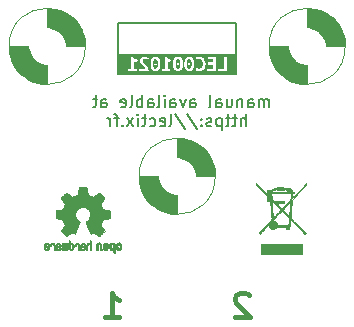
<source format=gbo>
G04 #@! TF.GenerationSoftware,KiCad,Pcbnew,6.0.9-8da3e8f707~116~ubuntu20.04.1*
G04 #@! TF.CreationDate,2023-03-26T14:22:57+00:00*
G04 #@! TF.ProjectId,LEC001021,4c454330-3031-4303-9231-2e6b69636164,rev?*
G04 #@! TF.SameCoordinates,Original*
G04 #@! TF.FileFunction,Legend,Bot*
G04 #@! TF.FilePolarity,Positive*
%FSLAX46Y46*%
G04 Gerber Fmt 4.6, Leading zero omitted, Abs format (unit mm)*
G04 Created by KiCad (PCBNEW 6.0.9-8da3e8f707~116~ubuntu20.04.1) date 2023-03-26 14:22:57*
%MOMM*%
%LPD*%
G01*
G04 APERTURE LIST*
%ADD10C,0.150000*%
%ADD11C,0.400000*%
%ADD12C,0.120000*%
%ADD13C,0.010000*%
G04 APERTURE END LIST*
D10*
X20000000Y-6375000D02*
X20000000Y-2000000D01*
X20000000Y-2000000D02*
X10000000Y-2000000D01*
X10000000Y-2000000D02*
X10000000Y-6375000D01*
X10000000Y-6375000D02*
X20000000Y-6375000D01*
D11*
X8928571Y-26904761D02*
X10071428Y-26904761D01*
X9500000Y-26904761D02*
X9500000Y-24904761D01*
X9690476Y-25190476D01*
X9880952Y-25380952D01*
X10071428Y-25476190D01*
X21071428Y-25095238D02*
X20976190Y-25000000D01*
X20785714Y-24904761D01*
X20309523Y-24904761D01*
X20119047Y-25000000D01*
X20023809Y-25095238D01*
X19928571Y-25285714D01*
X19928571Y-25476190D01*
X20023809Y-25761904D01*
X21166666Y-26904761D01*
X19928571Y-26904761D01*
D10*
X22761904Y-9147380D02*
X22761904Y-8480714D01*
X22761904Y-8575952D02*
X22714285Y-8528333D01*
X22619047Y-8480714D01*
X22476190Y-8480714D01*
X22380952Y-8528333D01*
X22333333Y-8623571D01*
X22333333Y-9147380D01*
X22333333Y-8623571D02*
X22285714Y-8528333D01*
X22190476Y-8480714D01*
X22047619Y-8480714D01*
X21952380Y-8528333D01*
X21904761Y-8623571D01*
X21904761Y-9147380D01*
X21000000Y-9147380D02*
X21000000Y-8623571D01*
X21047619Y-8528333D01*
X21142857Y-8480714D01*
X21333333Y-8480714D01*
X21428571Y-8528333D01*
X21000000Y-9099761D02*
X21095238Y-9147380D01*
X21333333Y-9147380D01*
X21428571Y-9099761D01*
X21476190Y-9004523D01*
X21476190Y-8909285D01*
X21428571Y-8814047D01*
X21333333Y-8766428D01*
X21095238Y-8766428D01*
X21000000Y-8718809D01*
X20523809Y-8480714D02*
X20523809Y-9147380D01*
X20523809Y-8575952D02*
X20476190Y-8528333D01*
X20380952Y-8480714D01*
X20238095Y-8480714D01*
X20142857Y-8528333D01*
X20095238Y-8623571D01*
X20095238Y-9147380D01*
X19190476Y-8480714D02*
X19190476Y-9147380D01*
X19619047Y-8480714D02*
X19619047Y-9004523D01*
X19571428Y-9099761D01*
X19476190Y-9147380D01*
X19333333Y-9147380D01*
X19238095Y-9099761D01*
X19190476Y-9052142D01*
X18285714Y-9147380D02*
X18285714Y-8623571D01*
X18333333Y-8528333D01*
X18428571Y-8480714D01*
X18619047Y-8480714D01*
X18714285Y-8528333D01*
X18285714Y-9099761D02*
X18380952Y-9147380D01*
X18619047Y-9147380D01*
X18714285Y-9099761D01*
X18761904Y-9004523D01*
X18761904Y-8909285D01*
X18714285Y-8814047D01*
X18619047Y-8766428D01*
X18380952Y-8766428D01*
X18285714Y-8718809D01*
X17666666Y-9147380D02*
X17761904Y-9099761D01*
X17809523Y-9004523D01*
X17809523Y-8147380D01*
X16095238Y-9147380D02*
X16095238Y-8623571D01*
X16142857Y-8528333D01*
X16238095Y-8480714D01*
X16428571Y-8480714D01*
X16523809Y-8528333D01*
X16095238Y-9099761D02*
X16190476Y-9147380D01*
X16428571Y-9147380D01*
X16523809Y-9099761D01*
X16571428Y-9004523D01*
X16571428Y-8909285D01*
X16523809Y-8814047D01*
X16428571Y-8766428D01*
X16190476Y-8766428D01*
X16095238Y-8718809D01*
X15714285Y-8480714D02*
X15476190Y-9147380D01*
X15238095Y-8480714D01*
X14428571Y-9147380D02*
X14428571Y-8623571D01*
X14476190Y-8528333D01*
X14571428Y-8480714D01*
X14761904Y-8480714D01*
X14857142Y-8528333D01*
X14428571Y-9099761D02*
X14523809Y-9147380D01*
X14761904Y-9147380D01*
X14857142Y-9099761D01*
X14904761Y-9004523D01*
X14904761Y-8909285D01*
X14857142Y-8814047D01*
X14761904Y-8766428D01*
X14523809Y-8766428D01*
X14428571Y-8718809D01*
X13952380Y-9147380D02*
X13952380Y-8480714D01*
X13952380Y-8147380D02*
X14000000Y-8195000D01*
X13952380Y-8242619D01*
X13904761Y-8195000D01*
X13952380Y-8147380D01*
X13952380Y-8242619D01*
X13333333Y-9147380D02*
X13428571Y-9099761D01*
X13476190Y-9004523D01*
X13476190Y-8147380D01*
X12523809Y-9147380D02*
X12523809Y-8623571D01*
X12571428Y-8528333D01*
X12666666Y-8480714D01*
X12857142Y-8480714D01*
X12952380Y-8528333D01*
X12523809Y-9099761D02*
X12619047Y-9147380D01*
X12857142Y-9147380D01*
X12952380Y-9099761D01*
X13000000Y-9004523D01*
X13000000Y-8909285D01*
X12952380Y-8814047D01*
X12857142Y-8766428D01*
X12619047Y-8766428D01*
X12523809Y-8718809D01*
X12047619Y-9147380D02*
X12047619Y-8147380D01*
X12047619Y-8528333D02*
X11952380Y-8480714D01*
X11761904Y-8480714D01*
X11666666Y-8528333D01*
X11619047Y-8575952D01*
X11571428Y-8671190D01*
X11571428Y-8956904D01*
X11619047Y-9052142D01*
X11666666Y-9099761D01*
X11761904Y-9147380D01*
X11952380Y-9147380D01*
X12047619Y-9099761D01*
X11000000Y-9147380D02*
X11095238Y-9099761D01*
X11142857Y-9004523D01*
X11142857Y-8147380D01*
X10238095Y-9099761D02*
X10333333Y-9147380D01*
X10523809Y-9147380D01*
X10619047Y-9099761D01*
X10666666Y-9004523D01*
X10666666Y-8623571D01*
X10619047Y-8528333D01*
X10523809Y-8480714D01*
X10333333Y-8480714D01*
X10238095Y-8528333D01*
X10190476Y-8623571D01*
X10190476Y-8718809D01*
X10666666Y-8814047D01*
X8571428Y-9147380D02*
X8571428Y-8623571D01*
X8619047Y-8528333D01*
X8714285Y-8480714D01*
X8904761Y-8480714D01*
X9000000Y-8528333D01*
X8571428Y-9099761D02*
X8666666Y-9147380D01*
X8904761Y-9147380D01*
X9000000Y-9099761D01*
X9047619Y-9004523D01*
X9047619Y-8909285D01*
X9000000Y-8814047D01*
X8904761Y-8766428D01*
X8666666Y-8766428D01*
X8571428Y-8718809D01*
X8238095Y-8480714D02*
X7857142Y-8480714D01*
X8095238Y-8147380D02*
X8095238Y-9004523D01*
X8047619Y-9099761D01*
X7952380Y-9147380D01*
X7857142Y-9147380D01*
X20809523Y-10757380D02*
X20809523Y-9757380D01*
X20380952Y-10757380D02*
X20380952Y-10233571D01*
X20428571Y-10138333D01*
X20523809Y-10090714D01*
X20666666Y-10090714D01*
X20761904Y-10138333D01*
X20809523Y-10185952D01*
X20047619Y-10090714D02*
X19666666Y-10090714D01*
X19904761Y-9757380D02*
X19904761Y-10614523D01*
X19857142Y-10709761D01*
X19761904Y-10757380D01*
X19666666Y-10757380D01*
X19476190Y-10090714D02*
X19095238Y-10090714D01*
X19333333Y-9757380D02*
X19333333Y-10614523D01*
X19285714Y-10709761D01*
X19190476Y-10757380D01*
X19095238Y-10757380D01*
X18761904Y-10090714D02*
X18761904Y-11090714D01*
X18761904Y-10138333D02*
X18666666Y-10090714D01*
X18476190Y-10090714D01*
X18380952Y-10138333D01*
X18333333Y-10185952D01*
X18285714Y-10281190D01*
X18285714Y-10566904D01*
X18333333Y-10662142D01*
X18380952Y-10709761D01*
X18476190Y-10757380D01*
X18666666Y-10757380D01*
X18761904Y-10709761D01*
X17904761Y-10709761D02*
X17809523Y-10757380D01*
X17619047Y-10757380D01*
X17523809Y-10709761D01*
X17476190Y-10614523D01*
X17476190Y-10566904D01*
X17523809Y-10471666D01*
X17619047Y-10424047D01*
X17761904Y-10424047D01*
X17857142Y-10376428D01*
X17904761Y-10281190D01*
X17904761Y-10233571D01*
X17857142Y-10138333D01*
X17761904Y-10090714D01*
X17619047Y-10090714D01*
X17523809Y-10138333D01*
X17047619Y-10662142D02*
X17000000Y-10709761D01*
X17047619Y-10757380D01*
X17095238Y-10709761D01*
X17047619Y-10662142D01*
X17047619Y-10757380D01*
X17047619Y-10138333D02*
X17000000Y-10185952D01*
X17047619Y-10233571D01*
X17095238Y-10185952D01*
X17047619Y-10138333D01*
X17047619Y-10233571D01*
X15857142Y-9709761D02*
X16714285Y-10995476D01*
X14809523Y-9709761D02*
X15666666Y-10995476D01*
X14333333Y-10757380D02*
X14428571Y-10709761D01*
X14476190Y-10614523D01*
X14476190Y-9757380D01*
X13571428Y-10709761D02*
X13666666Y-10757380D01*
X13857142Y-10757380D01*
X13952380Y-10709761D01*
X14000000Y-10614523D01*
X14000000Y-10233571D01*
X13952380Y-10138333D01*
X13857142Y-10090714D01*
X13666666Y-10090714D01*
X13571428Y-10138333D01*
X13523809Y-10233571D01*
X13523809Y-10328809D01*
X14000000Y-10424047D01*
X12666666Y-10709761D02*
X12761904Y-10757380D01*
X12952380Y-10757380D01*
X13047619Y-10709761D01*
X13095238Y-10662142D01*
X13142857Y-10566904D01*
X13142857Y-10281190D01*
X13095238Y-10185952D01*
X13047619Y-10138333D01*
X12952380Y-10090714D01*
X12761904Y-10090714D01*
X12666666Y-10138333D01*
X12380952Y-10090714D02*
X12000000Y-10090714D01*
X12238095Y-9757380D02*
X12238095Y-10614523D01*
X12190476Y-10709761D01*
X12095238Y-10757380D01*
X12000000Y-10757380D01*
X11666666Y-10757380D02*
X11666666Y-10090714D01*
X11666666Y-9757380D02*
X11714285Y-9805000D01*
X11666666Y-9852619D01*
X11619047Y-9805000D01*
X11666666Y-9757380D01*
X11666666Y-9852619D01*
X11285714Y-10757380D02*
X10761904Y-10090714D01*
X11285714Y-10090714D02*
X10761904Y-10757380D01*
X10380952Y-10662142D02*
X10333333Y-10709761D01*
X10380952Y-10757380D01*
X10428571Y-10709761D01*
X10380952Y-10662142D01*
X10380952Y-10757380D01*
X10047619Y-10090714D02*
X9666666Y-10090714D01*
X9904761Y-10757380D02*
X9904761Y-9900238D01*
X9857142Y-9805000D01*
X9761904Y-9757380D01*
X9666666Y-9757380D01*
X9333333Y-10757380D02*
X9333333Y-10090714D01*
X9333333Y-10281190D02*
X9285714Y-10185952D01*
X9238095Y-10138333D01*
X9142857Y-10090714D01*
X9047619Y-10090714D01*
D12*
G04 #@! TO.C,H2*
X7224903Y-4000000D02*
G75*
G03*
X7224903Y-4000000I-3224903J0D01*
G01*
G36*
X2400000Y-4100000D02*
G01*
X2500000Y-4500000D01*
X2700000Y-4900000D01*
X3100000Y-5300000D01*
X3500000Y-5500000D01*
X3900000Y-5600000D01*
X4000000Y-5600000D01*
X4000000Y-7224903D01*
X3500000Y-7200000D01*
X2500000Y-6900000D01*
X1700000Y-6300000D01*
X1200000Y-5600000D01*
X900000Y-4900000D01*
X800000Y-4500000D01*
X800000Y-4000000D01*
X2400000Y-4000000D01*
X2400000Y-4100000D01*
G37*
D13*
X2400000Y-4100000D02*
X2500000Y-4500000D01*
X2700000Y-4900000D01*
X3100000Y-5300000D01*
X3500000Y-5500000D01*
X3900000Y-5600000D01*
X4000000Y-5600000D01*
X4000000Y-7224903D01*
X3500000Y-7200000D01*
X2500000Y-6900000D01*
X1700000Y-6300000D01*
X1200000Y-5600000D01*
X900000Y-4900000D01*
X800000Y-4500000D01*
X800000Y-4000000D01*
X2400000Y-4000000D01*
X2400000Y-4100000D01*
G36*
X4500000Y-800000D02*
G01*
X5500000Y-1100000D01*
X6300000Y-1700000D01*
X6800000Y-2400000D01*
X7100000Y-3100000D01*
X7200000Y-3500000D01*
X7200000Y-4000000D01*
X5600000Y-4000000D01*
X5600000Y-3900000D01*
X5500000Y-3500000D01*
X5300000Y-3100000D01*
X4900000Y-2700000D01*
X4500000Y-2500000D01*
X4100000Y-2400000D01*
X4000000Y-2400000D01*
X4000000Y-775097D01*
X4500000Y-800000D01*
G37*
X4500000Y-800000D02*
X5500000Y-1100000D01*
X6300000Y-1700000D01*
X6800000Y-2400000D01*
X7100000Y-3100000D01*
X7200000Y-3500000D01*
X7200000Y-4000000D01*
X5600000Y-4000000D01*
X5600000Y-3900000D01*
X5500000Y-3500000D01*
X5300000Y-3100000D01*
X4900000Y-2700000D01*
X4500000Y-2500000D01*
X4100000Y-2400000D01*
X4000000Y-2400000D01*
X4000000Y-775097D01*
X4500000Y-800000D01*
D12*
G04 #@! TO.C,H3*
X29224903Y-4000000D02*
G75*
G03*
X29224903Y-4000000I-3224903J0D01*
G01*
G36*
X26500000Y-800000D02*
G01*
X27500000Y-1100000D01*
X28300000Y-1700000D01*
X28800000Y-2400000D01*
X29100000Y-3100000D01*
X29200000Y-3500000D01*
X29200000Y-4000000D01*
X27600000Y-4000000D01*
X27600000Y-3900000D01*
X27500000Y-3500000D01*
X27300000Y-3100000D01*
X26900000Y-2700000D01*
X26500000Y-2500000D01*
X26100000Y-2400000D01*
X26000000Y-2400000D01*
X26000000Y-775097D01*
X26500000Y-800000D01*
G37*
D13*
X26500000Y-800000D02*
X27500000Y-1100000D01*
X28300000Y-1700000D01*
X28800000Y-2400000D01*
X29100000Y-3100000D01*
X29200000Y-3500000D01*
X29200000Y-4000000D01*
X27600000Y-4000000D01*
X27600000Y-3900000D01*
X27500000Y-3500000D01*
X27300000Y-3100000D01*
X26900000Y-2700000D01*
X26500000Y-2500000D01*
X26100000Y-2400000D01*
X26000000Y-2400000D01*
X26000000Y-775097D01*
X26500000Y-800000D01*
G36*
X24400000Y-4100000D02*
G01*
X24500000Y-4500000D01*
X24700000Y-4900000D01*
X25100000Y-5300000D01*
X25500000Y-5500000D01*
X25900000Y-5600000D01*
X26000000Y-5600000D01*
X26000000Y-7224903D01*
X25500000Y-7200000D01*
X24500000Y-6900000D01*
X23700000Y-6300000D01*
X23200000Y-5600000D01*
X22900000Y-4900000D01*
X22800000Y-4500000D01*
X22800000Y-4000000D01*
X24400000Y-4000000D01*
X24400000Y-4100000D01*
G37*
X24400000Y-4100000D02*
X24500000Y-4500000D01*
X24700000Y-4900000D01*
X25100000Y-5300000D01*
X25500000Y-5500000D01*
X25900000Y-5600000D01*
X26000000Y-5600000D01*
X26000000Y-7224903D01*
X25500000Y-7200000D01*
X24500000Y-6900000D01*
X23700000Y-6300000D01*
X23200000Y-5600000D01*
X22900000Y-4900000D01*
X22800000Y-4500000D01*
X22800000Y-4000000D01*
X24400000Y-4000000D01*
X24400000Y-4100000D01*
D12*
G04 #@! TO.C,H1*
X18224903Y-15000000D02*
G75*
G03*
X18224903Y-15000000I-3224903J0D01*
G01*
G36*
X15500000Y-11800000D02*
G01*
X16500000Y-12100000D01*
X17300000Y-12700000D01*
X17800000Y-13400000D01*
X18100000Y-14100000D01*
X18200000Y-14500000D01*
X18200000Y-15000000D01*
X16600000Y-15000000D01*
X16600000Y-14900000D01*
X16500000Y-14500000D01*
X16300000Y-14100000D01*
X15900000Y-13700000D01*
X15500000Y-13500000D01*
X15100000Y-13400000D01*
X15000000Y-13400000D01*
X15000000Y-11775097D01*
X15500000Y-11800000D01*
G37*
D13*
X15500000Y-11800000D02*
X16500000Y-12100000D01*
X17300000Y-12700000D01*
X17800000Y-13400000D01*
X18100000Y-14100000D01*
X18200000Y-14500000D01*
X18200000Y-15000000D01*
X16600000Y-15000000D01*
X16600000Y-14900000D01*
X16500000Y-14500000D01*
X16300000Y-14100000D01*
X15900000Y-13700000D01*
X15500000Y-13500000D01*
X15100000Y-13400000D01*
X15000000Y-13400000D01*
X15000000Y-11775097D01*
X15500000Y-11800000D01*
G36*
X13400000Y-15100000D02*
G01*
X13500000Y-15500000D01*
X13700000Y-15900000D01*
X14100000Y-16300000D01*
X14500000Y-16500000D01*
X14900000Y-16600000D01*
X15000000Y-16600000D01*
X15000000Y-18224903D01*
X14500000Y-18200000D01*
X13500000Y-17900000D01*
X12700000Y-17300000D01*
X12200000Y-16600000D01*
X11900000Y-15900000D01*
X11800000Y-15500000D01*
X11800000Y-15000000D01*
X13400000Y-15000000D01*
X13400000Y-15100000D01*
G37*
X13400000Y-15100000D02*
X13500000Y-15500000D01*
X13700000Y-15900000D01*
X14100000Y-16300000D01*
X14500000Y-16500000D01*
X14900000Y-16600000D01*
X15000000Y-16600000D01*
X15000000Y-18224903D01*
X14500000Y-18200000D01*
X13500000Y-17900000D01*
X12700000Y-17300000D01*
X12200000Y-16600000D01*
X11900000Y-15900000D01*
X11800000Y-15500000D01*
X11800000Y-15000000D01*
X13400000Y-15000000D01*
X13400000Y-15100000D01*
G04 #@! TO.C,kibuzzard-6239BEEF*
G36*
X12988892Y-5257612D02*
G01*
X13016938Y-5176437D01*
X13079088Y-5097142D01*
X13164575Y-5070710D01*
X13248871Y-5097142D01*
X13311260Y-5176437D01*
X13339835Y-5257612D01*
X13356980Y-5360164D01*
X13362695Y-5484095D01*
X13356980Y-5609084D01*
X13339835Y-5712272D01*
X13311260Y-5793658D01*
X13248871Y-5872953D01*
X13164575Y-5899385D01*
X13079088Y-5872953D01*
X13016938Y-5793658D01*
X12988892Y-5712272D01*
X12972064Y-5609084D01*
X12966455Y-5484095D01*
X12967317Y-5465045D01*
X13057895Y-5465045D01*
X13087422Y-5553628D01*
X13162670Y-5590775D01*
X13240775Y-5553628D01*
X13269350Y-5465045D01*
X13240775Y-5375510D01*
X13162670Y-5337410D01*
X13087422Y-5375510D01*
X13057895Y-5465045D01*
X12967317Y-5465045D01*
X12972064Y-5360164D01*
X12988892Y-5257612D01*
G37*
G36*
X14893892Y-5257612D02*
G01*
X14921937Y-5176437D01*
X14984088Y-5097142D01*
X15069575Y-5070710D01*
X15153871Y-5097142D01*
X15216260Y-5176437D01*
X15244835Y-5257612D01*
X15261980Y-5360164D01*
X15267695Y-5484095D01*
X15261980Y-5609084D01*
X15244835Y-5712272D01*
X15216260Y-5793658D01*
X15153871Y-5872953D01*
X15069575Y-5899385D01*
X14984088Y-5872953D01*
X14921937Y-5793658D01*
X14893892Y-5712272D01*
X14877064Y-5609084D01*
X14871455Y-5484095D01*
X14872317Y-5465045D01*
X14962895Y-5465045D01*
X14992422Y-5553628D01*
X15067670Y-5590775D01*
X15145775Y-5553628D01*
X15174350Y-5465045D01*
X15145775Y-5375510D01*
X15067670Y-5337410D01*
X14992422Y-5375510D01*
X14962895Y-5465045D01*
X14872317Y-5465045D01*
X14877064Y-5360164D01*
X14893892Y-5257612D01*
G37*
G36*
X20064776Y-6339440D02*
G01*
X10017224Y-6339440D01*
X10017224Y-6076550D01*
X10861430Y-6076550D01*
X11577710Y-6076550D01*
X11808215Y-6076550D01*
X12577835Y-6076550D01*
X12582597Y-6028925D01*
X12581645Y-5988920D01*
X12572834Y-5897480D01*
X12546402Y-5813660D01*
X12506397Y-5736746D01*
X12456867Y-5666023D01*
X12400670Y-5600776D01*
X12340662Y-5540293D01*
X12281408Y-5484095D01*
X12755000Y-5484095D01*
X12761548Y-5630304D01*
X12781194Y-5756510D01*
X12813936Y-5862714D01*
X12859775Y-5948915D01*
X12940208Y-6033582D01*
X13041808Y-6084382D01*
X13164575Y-6101315D01*
X13287342Y-6084382D01*
X13303006Y-6076550D01*
X13718930Y-6076550D01*
X14435210Y-6076550D01*
X14435210Y-5882240D01*
X14187560Y-5882240D01*
X14187560Y-5484095D01*
X14660000Y-5484095D01*
X14666548Y-5630304D01*
X14686194Y-5756510D01*
X14718936Y-5862714D01*
X14764775Y-5948915D01*
X14845208Y-6033582D01*
X14946808Y-6084382D01*
X15069575Y-6101315D01*
X15192342Y-6084382D01*
X15293942Y-6033582D01*
X15374375Y-5948915D01*
X15420214Y-5862714D01*
X15452956Y-5756510D01*
X15472602Y-5630304D01*
X15479150Y-5484095D01*
X15612500Y-5484095D01*
X15619048Y-5630304D01*
X15638694Y-5756510D01*
X15671436Y-5862714D01*
X15717275Y-5948915D01*
X15797708Y-6033582D01*
X15899308Y-6084382D01*
X16022075Y-6101315D01*
X16144842Y-6084382D01*
X16246442Y-6033582D01*
X16259915Y-6019400D01*
X16557380Y-6019400D01*
X16691683Y-6075598D01*
X16782884Y-6094886D01*
X16886945Y-6101315D01*
X17040192Y-6083535D01*
X17056823Y-6076550D01*
X17527025Y-6076550D01*
X18283310Y-6076550D01*
X18479525Y-6076550D01*
X19220570Y-6076550D01*
X19220570Y-4897355D01*
X18984350Y-4897355D01*
X18984350Y-5882240D01*
X18479525Y-5882240D01*
X18479525Y-6076550D01*
X18283310Y-6076550D01*
X18283310Y-4897355D01*
X17568935Y-4897355D01*
X17568935Y-5091665D01*
X18048995Y-5091665D01*
X18048995Y-5356460D01*
X17631800Y-5356460D01*
X17631800Y-5550770D01*
X18048995Y-5550770D01*
X18048995Y-5882240D01*
X17527025Y-5882240D01*
X17527025Y-6076550D01*
X17056823Y-6076550D01*
X17167192Y-6030195D01*
X17267945Y-5941295D01*
X17325452Y-5852832D01*
X17366529Y-5747461D01*
X17391175Y-5625184D01*
X17399390Y-5486000D01*
X17389389Y-5347411D01*
X17359385Y-5225015D01*
X17311522Y-5119526D01*
X17247943Y-5031657D01*
X17169838Y-4962125D01*
X17078398Y-4911642D01*
X16975766Y-4880924D01*
X16864085Y-4870685D01*
X16750738Y-4881162D01*
X16662155Y-4904975D01*
X16598338Y-4933550D01*
X16559285Y-4956410D01*
X16620245Y-5143100D01*
X16725973Y-5094522D01*
X16867895Y-5074520D01*
X16975528Y-5094522D01*
X17068873Y-5161197D01*
X17135548Y-5285975D01*
X17154836Y-5373605D01*
X17161265Y-5480285D01*
X17153539Y-5604428D01*
X17130362Y-5707615D01*
X17091733Y-5789848D01*
X17000054Y-5870572D01*
X16864085Y-5897480D01*
X16712638Y-5876525D01*
X16616435Y-5834615D01*
X16557380Y-6019400D01*
X16259915Y-6019400D01*
X16326875Y-5948915D01*
X16372714Y-5862714D01*
X16405456Y-5756510D01*
X16425102Y-5630304D01*
X16431650Y-5484095D01*
X16424983Y-5339553D01*
X16404980Y-5214537D01*
X16371643Y-5109048D01*
X16324970Y-5023085D01*
X16243902Y-4938418D01*
X16142937Y-4887618D01*
X16022075Y-4870685D01*
X15899308Y-4887512D01*
X15797708Y-4937995D01*
X15717275Y-5022132D01*
X15671436Y-5107798D01*
X15638694Y-5213347D01*
X15619048Y-5338779D01*
X15612500Y-5484095D01*
X15479150Y-5484095D01*
X15472483Y-5339553D01*
X15452480Y-5214537D01*
X15419143Y-5109048D01*
X15372470Y-5023085D01*
X15291402Y-4938418D01*
X15190437Y-4887618D01*
X15069575Y-4870685D01*
X14946808Y-4887512D01*
X14845208Y-4937995D01*
X14764775Y-5022132D01*
X14718936Y-5107798D01*
X14686194Y-5213347D01*
X14666548Y-5338779D01*
X14660000Y-5484095D01*
X14187560Y-5484095D01*
X14187560Y-5223110D01*
X14309480Y-5290737D01*
X14425685Y-5337410D01*
X14501885Y-5143100D01*
X14402825Y-5099285D01*
X14296145Y-5040230D01*
X14195180Y-4971650D01*
X14113265Y-4897355D01*
X13953245Y-4897355D01*
X13953245Y-5882240D01*
X13718930Y-5882240D01*
X13718930Y-6076550D01*
X13303006Y-6076550D01*
X13388942Y-6033582D01*
X13469375Y-5948915D01*
X13515214Y-5862714D01*
X13547956Y-5756510D01*
X13567602Y-5630304D01*
X13574150Y-5484095D01*
X13567482Y-5339553D01*
X13547480Y-5214537D01*
X13514142Y-5109048D01*
X13467470Y-5023085D01*
X13386402Y-4938418D01*
X13285437Y-4887618D01*
X13164575Y-4870685D01*
X13041808Y-4887512D01*
X12940208Y-4937995D01*
X12859775Y-5022132D01*
X12813936Y-5107798D01*
X12781194Y-5213347D01*
X12761548Y-5338779D01*
X12755000Y-5484095D01*
X12281408Y-5484095D01*
X12280655Y-5483381D01*
X12224457Y-5428850D01*
X12134922Y-5325980D01*
X12099680Y-5225015D01*
X12143495Y-5113572D01*
X12253985Y-5074520D01*
X12370190Y-5101190D01*
X12490205Y-5190725D01*
X12606410Y-5026895D01*
X12524257Y-4957362D01*
X12430197Y-4908785D01*
X12330423Y-4880210D01*
X12231125Y-4870685D01*
X12092060Y-4891640D01*
X11973950Y-4954505D01*
X11892035Y-5060232D01*
X11861555Y-5207870D01*
X11884415Y-5325027D01*
X11945375Y-5434565D01*
X12031100Y-5537435D01*
X12128255Y-5632685D01*
X12185405Y-5686978D01*
X12246365Y-5751748D01*
X12294942Y-5819375D01*
X12314945Y-5882240D01*
X11808215Y-5882240D01*
X11808215Y-6076550D01*
X11577710Y-6076550D01*
X11577710Y-5882240D01*
X11330060Y-5882240D01*
X11330060Y-5223110D01*
X11451980Y-5290737D01*
X11568185Y-5337410D01*
X11644385Y-5143100D01*
X11545325Y-5099285D01*
X11438645Y-5040230D01*
X11337680Y-4971650D01*
X11255765Y-4897355D01*
X11095745Y-4897355D01*
X11095745Y-5882240D01*
X10861430Y-5882240D01*
X10861430Y-6076550D01*
X10017224Y-6076550D01*
X10017224Y-4632560D01*
X20064776Y-4632560D01*
X20064776Y-6339440D01*
G37*
G36*
X15846392Y-5257612D02*
G01*
X15874438Y-5176437D01*
X15936588Y-5097142D01*
X16022075Y-5070710D01*
X16106371Y-5097142D01*
X16168760Y-5176437D01*
X16197335Y-5257612D01*
X16214480Y-5360164D01*
X16220195Y-5484095D01*
X16214480Y-5609084D01*
X16197335Y-5712272D01*
X16168760Y-5793658D01*
X16106371Y-5872953D01*
X16022075Y-5899385D01*
X15936588Y-5872953D01*
X15874438Y-5793658D01*
X15846392Y-5712272D01*
X15829564Y-5609084D01*
X15823955Y-5484095D01*
X15824817Y-5465045D01*
X15915395Y-5465045D01*
X15944923Y-5553628D01*
X16020170Y-5590775D01*
X16098275Y-5553628D01*
X16126850Y-5465045D01*
X16098275Y-5375510D01*
X16020170Y-5337410D01*
X15944923Y-5375510D01*
X15915395Y-5465045D01*
X15824817Y-5465045D01*
X15829564Y-5360164D01*
X15846392Y-5257612D01*
G37*
G04 #@! TO.C,REF\u002A\u002A*
G36*
X24815662Y-16327696D02*
G01*
X24855314Y-16328782D01*
X24923109Y-16328782D01*
X24923109Y-16441951D01*
X24763577Y-16441951D01*
X24748682Y-16619732D01*
X24746682Y-16644037D01*
X24742023Y-16704880D01*
X24738731Y-16754389D01*
X24737092Y-16787992D01*
X24737390Y-16801116D01*
X24741724Y-16797343D01*
X24761496Y-16777676D01*
X24795679Y-16742818D01*
X24842541Y-16694576D01*
X24900354Y-16634757D01*
X24967387Y-16565167D01*
X25041912Y-16487615D01*
X25122197Y-16403907D01*
X25206513Y-16315849D01*
X25293130Y-16225250D01*
X25380319Y-16133915D01*
X25466349Y-16043653D01*
X25549492Y-15956269D01*
X25628016Y-15873572D01*
X25700192Y-15797368D01*
X25764291Y-15729463D01*
X25818583Y-15671666D01*
X25915592Y-15568040D01*
X25916034Y-15656315D01*
X25916475Y-15744589D01*
X25315938Y-16376158D01*
X24715401Y-17007726D01*
X24703396Y-17151674D01*
X24655365Y-17727635D01*
X24646876Y-17829791D01*
X24636343Y-17957612D01*
X24626621Y-18076767D01*
X24617898Y-18184914D01*
X24610358Y-18279713D01*
X24604187Y-18358819D01*
X24599573Y-18419892D01*
X24596700Y-18460590D01*
X24595754Y-18478570D01*
X24598251Y-18486808D01*
X24609471Y-18504599D01*
X24630751Y-18531411D01*
X24641021Y-18543129D01*
X24663225Y-18568466D01*
X24708023Y-18616986D01*
X24766281Y-18678192D01*
X24839129Y-18753307D01*
X24927703Y-18843550D01*
X25033134Y-18950145D01*
X25102492Y-19020093D01*
X25199179Y-19117658D01*
X25295526Y-19214941D01*
X25388638Y-19309014D01*
X25475618Y-19396950D01*
X25553569Y-19475820D01*
X25619596Y-19542699D01*
X25670802Y-19594658D01*
X25871514Y-19798620D01*
X25835058Y-19836671D01*
X25826460Y-19845245D01*
X25801095Y-19866297D01*
X25783695Y-19874723D01*
X25770071Y-19867530D01*
X25744743Y-19845944D01*
X25714379Y-19814995D01*
X25695896Y-19795448D01*
X25661427Y-19759752D01*
X25612712Y-19709684D01*
X25551469Y-19647001D01*
X25479420Y-19573457D01*
X25398285Y-19490810D01*
X25309784Y-19400815D01*
X25215637Y-19305228D01*
X25117565Y-19205805D01*
X24575161Y-18656343D01*
X24553066Y-18941746D01*
X24548250Y-19002662D01*
X24541216Y-19084548D01*
X24534872Y-19146569D01*
X24528748Y-19191987D01*
X24522373Y-19224062D01*
X24515277Y-19246052D01*
X24506991Y-19261219D01*
X24495393Y-19282416D01*
X24485850Y-19321386D01*
X24483010Y-19377531D01*
X24483010Y-19459773D01*
X24256674Y-19459773D01*
X24256674Y-19283733D01*
X23411082Y-19283733D01*
X23362203Y-19339262D01*
X23348836Y-19353722D01*
X23276388Y-19411813D01*
X23194532Y-19447576D01*
X23105900Y-19459773D01*
X23027692Y-19453306D01*
X22939233Y-19426047D01*
X22863507Y-19377328D01*
X22848748Y-19363403D01*
X22811864Y-19318328D01*
X22779503Y-19265819D01*
X22756297Y-19214061D01*
X22746879Y-19171239D01*
X22746697Y-19165023D01*
X22745342Y-19142246D01*
X22741800Y-19126513D01*
X22734390Y-19119068D01*
X22721431Y-19121156D01*
X22701243Y-19134020D01*
X22672145Y-19158905D01*
X22632456Y-19197053D01*
X22580496Y-19249710D01*
X22514584Y-19318119D01*
X22433040Y-19403524D01*
X22389604Y-19449112D01*
X22317000Y-19525441D01*
X22248309Y-19597808D01*
X22186223Y-19663366D01*
X22133434Y-19719274D01*
X22092634Y-19762686D01*
X22066515Y-19790758D01*
X21995119Y-19868436D01*
X21906863Y-19780416D01*
X22452690Y-19208287D01*
X22487105Y-19172188D01*
X22609546Y-19043272D01*
X22714651Y-18931754D01*
X22802736Y-18837288D01*
X22874116Y-18759529D01*
X22924588Y-18703174D01*
X23131247Y-18703174D01*
X23132872Y-18716434D01*
X23133156Y-18717819D01*
X23146698Y-18749228D01*
X23173748Y-18763863D01*
X23257129Y-18795063D01*
X23331418Y-18847038D01*
X23389846Y-18915791D01*
X23429890Y-18998315D01*
X23449026Y-19091606D01*
X23455364Y-19170565D01*
X24404838Y-19170565D01*
X24411458Y-19142273D01*
X24412629Y-19135329D01*
X24416268Y-19104281D01*
X24421234Y-19054081D01*
X24427157Y-18988727D01*
X24433669Y-18912219D01*
X24440401Y-18828555D01*
X24462724Y-18543129D01*
X24161826Y-18237565D01*
X24106636Y-18181704D01*
X24039109Y-18113888D01*
X23978529Y-18053643D01*
X23927021Y-18003052D01*
X23886710Y-17964200D01*
X23859722Y-17939170D01*
X23848182Y-17930046D01*
X23840444Y-17934405D01*
X23817395Y-17954241D01*
X23782709Y-17987375D01*
X23739487Y-18030820D01*
X23690832Y-18081587D01*
X23678140Y-18095051D01*
X23621229Y-18155275D01*
X23553414Y-18226864D01*
X23479800Y-18304437D01*
X23405493Y-18382611D01*
X23335599Y-18456005D01*
X23331401Y-18460409D01*
X23266420Y-18528785D01*
X23216836Y-18581732D01*
X23180688Y-18621767D01*
X23156016Y-18651411D01*
X23140858Y-18673181D01*
X23133256Y-18689595D01*
X23131247Y-18703174D01*
X22924588Y-18703174D01*
X22929105Y-18698131D01*
X22968019Y-18652748D01*
X22991173Y-18623035D01*
X22998882Y-18608644D01*
X22998883Y-18608559D01*
X22997825Y-18590624D01*
X22994737Y-18550421D01*
X22989858Y-18490687D01*
X22983432Y-18414158D01*
X22975700Y-18323569D01*
X22966905Y-18221657D01*
X22957287Y-18111159D01*
X22947091Y-17994811D01*
X22936556Y-17875348D01*
X22925926Y-17755507D01*
X22915442Y-17638025D01*
X22905346Y-17525637D01*
X22895881Y-17421081D01*
X22887288Y-17327091D01*
X22879809Y-17246405D01*
X22873687Y-17181759D01*
X22869162Y-17135888D01*
X22866478Y-17111530D01*
X22861067Y-17070732D01*
X22990253Y-17070732D01*
X22991908Y-17101653D01*
X22995549Y-17153653D01*
X23000995Y-17224487D01*
X23008063Y-17311911D01*
X23016570Y-17413681D01*
X23026335Y-17527552D01*
X23037174Y-17651279D01*
X23048907Y-17782618D01*
X23058079Y-17883908D01*
X23069566Y-18009526D01*
X23080322Y-18125762D01*
X23090131Y-18230380D01*
X23098781Y-18321140D01*
X23106057Y-18395804D01*
X23111746Y-18452134D01*
X23115634Y-18487891D01*
X23117506Y-18500837D01*
X23123188Y-18496826D01*
X23144020Y-18477138D01*
X23177872Y-18443322D01*
X23222412Y-18397837D01*
X23275310Y-18343146D01*
X23334236Y-18281710D01*
X23396858Y-18215990D01*
X23460848Y-18148449D01*
X23523874Y-18081547D01*
X23583606Y-18017746D01*
X23637713Y-17959507D01*
X23683865Y-17909292D01*
X23719733Y-17869563D01*
X23742984Y-17842780D01*
X23749778Y-17833477D01*
X23931601Y-17833477D01*
X24207305Y-18108968D01*
X24274726Y-18176224D01*
X24338267Y-18239162D01*
X24387490Y-18287100D01*
X24424196Y-18321594D01*
X24450190Y-18344199D01*
X24467276Y-18356471D01*
X24477256Y-18359966D01*
X24481935Y-18356238D01*
X24483116Y-18346844D01*
X24483873Y-18331749D01*
X24486601Y-18292883D01*
X24491108Y-18233895D01*
X24497179Y-18157473D01*
X24504596Y-18066305D01*
X24513142Y-17963080D01*
X24522602Y-17850483D01*
X24532758Y-17731205D01*
X24541723Y-17626077D01*
X24551066Y-17515351D01*
X24559443Y-17414814D01*
X24566653Y-17326943D01*
X24572496Y-17254215D01*
X24576769Y-17199110D01*
X24579273Y-17164104D01*
X24579805Y-17151674D01*
X24579384Y-17151908D01*
X24567509Y-17163350D01*
X24541130Y-17190198D01*
X24502570Y-17230018D01*
X24454153Y-17280372D01*
X24398203Y-17338828D01*
X24337042Y-17402948D01*
X24272995Y-17470298D01*
X24208385Y-17538443D01*
X24145535Y-17604948D01*
X24086768Y-17667377D01*
X24034409Y-17723295D01*
X23933533Y-17831406D01*
X23931601Y-17833477D01*
X23749778Y-17833477D01*
X23751290Y-17831406D01*
X23743148Y-17820383D01*
X23719478Y-17793999D01*
X23682478Y-17754527D01*
X23634350Y-17704191D01*
X23577296Y-17645217D01*
X23513520Y-17579830D01*
X23445222Y-17510255D01*
X23374605Y-17438716D01*
X23303871Y-17367438D01*
X23235222Y-17298647D01*
X23170861Y-17234566D01*
X23112989Y-17177422D01*
X23063810Y-17129439D01*
X23025524Y-17092841D01*
X23000334Y-17069854D01*
X22990442Y-17062703D01*
X22990253Y-17070732D01*
X22861067Y-17070732D01*
X22859390Y-17058089D01*
X22584297Y-17058089D01*
X22584140Y-16957495D01*
X22684891Y-16957495D01*
X22766624Y-16957495D01*
X22773895Y-16957489D01*
X22814950Y-16956613D01*
X22837277Y-16952867D01*
X22846529Y-16944270D01*
X22848357Y-16928840D01*
X22840306Y-16906159D01*
X22812730Y-16868428D01*
X22766624Y-16819179D01*
X22684891Y-16738172D01*
X22684891Y-16957495D01*
X22584140Y-16957495D01*
X22583968Y-16847471D01*
X22583639Y-16636852D01*
X22131914Y-16177891D01*
X21680189Y-15718931D01*
X21679570Y-15631848D01*
X21678951Y-15544767D01*
X22220769Y-16093952D01*
X22273137Y-16146998D01*
X22381803Y-16256772D01*
X22474709Y-16350114D01*
X22553055Y-16428173D01*
X22618043Y-16492097D01*
X22670872Y-16543035D01*
X22712743Y-16582135D01*
X22744855Y-16610548D01*
X22768410Y-16629420D01*
X22784608Y-16639901D01*
X22794649Y-16643139D01*
X22811579Y-16642158D01*
X22821084Y-16634996D01*
X22822723Y-16615401D01*
X22818782Y-16577124D01*
X22816065Y-16553025D01*
X22812284Y-16512744D01*
X22810760Y-16485961D01*
X22810015Y-16476728D01*
X22802746Y-16466839D01*
X22782668Y-16463562D01*
X22743689Y-16464992D01*
X22733737Y-16465553D01*
X22693898Y-16464921D01*
X22665560Y-16456167D01*
X22645586Y-16441951D01*
X22928852Y-16441951D01*
X22933013Y-16489104D01*
X22934935Y-16510498D01*
X22940924Y-16568909D01*
X22946826Y-16607381D01*
X22953727Y-16629912D01*
X22962712Y-16640498D01*
X22974870Y-16643139D01*
X22985801Y-16644937D01*
X22993050Y-16653530D01*
X22997100Y-16673505D01*
X22998863Y-16709450D01*
X22999248Y-16765952D01*
X22999248Y-16888766D01*
X23039447Y-16928840D01*
X23137565Y-17026654D01*
X23275881Y-17164542D01*
X23275881Y-17058089D01*
X24030337Y-17058089D01*
X24030337Y-17297000D01*
X23411831Y-17297000D01*
X23621592Y-17513906D01*
X23661770Y-17555334D01*
X23717328Y-17612200D01*
X23765570Y-17661082D01*
X23803971Y-17699441D01*
X23830003Y-17724741D01*
X23841140Y-17734442D01*
X23845373Y-17731767D01*
X23865224Y-17713782D01*
X23899451Y-17680481D01*
X23946227Y-17633712D01*
X24003724Y-17575325D01*
X24070112Y-17507169D01*
X24143564Y-17431094D01*
X24222251Y-17348950D01*
X24301341Y-17265943D01*
X24378871Y-17184136D01*
X24441746Y-17117083D01*
X24491502Y-17063007D01*
X24529678Y-17020129D01*
X24557811Y-16986673D01*
X24577440Y-16960861D01*
X24590101Y-16940914D01*
X24597334Y-16925056D01*
X24600675Y-16911509D01*
X24601561Y-16904910D01*
X24605488Y-16868548D01*
X24610459Y-16815018D01*
X24615927Y-16750421D01*
X24621344Y-16680862D01*
X24623181Y-16656635D01*
X24628488Y-16591178D01*
X24633548Y-16534717D01*
X24637863Y-16492618D01*
X24640934Y-16470243D01*
X24646955Y-16441951D01*
X22928852Y-16441951D01*
X22645586Y-16441951D01*
X22637630Y-16436289D01*
X22632820Y-16432104D01*
X22593482Y-16381427D01*
X22577903Y-16328782D01*
X22918698Y-16328782D01*
X24333221Y-16328782D01*
X24545881Y-16328782D01*
X24602908Y-16328782D01*
X24619993Y-16328662D01*
X24645308Y-16326462D01*
X24652616Y-16319334D01*
X24646943Y-16304508D01*
X24645267Y-16301682D01*
X24626448Y-16279944D01*
X24599183Y-16255820D01*
X24571987Y-16236254D01*
X24553371Y-16228188D01*
X24551697Y-16229463D01*
X24547544Y-16246976D01*
X24545881Y-16278485D01*
X24545881Y-16328782D01*
X24333221Y-16328782D01*
X24329526Y-16238095D01*
X24325832Y-16147407D01*
X24250386Y-16132252D01*
X24212551Y-16125379D01*
X24149368Y-16115756D01*
X24090065Y-16108496D01*
X24005188Y-16099893D01*
X24005188Y-16203040D01*
X23426773Y-16203040D01*
X23426773Y-16112122D01*
X23354471Y-16120753D01*
X23243998Y-16139249D01*
X23132816Y-16172691D01*
X23040850Y-16219324D01*
X22966542Y-16279786D01*
X22918698Y-16328782D01*
X22577903Y-16328782D01*
X22576172Y-16322934D01*
X22581474Y-16261575D01*
X22609975Y-16202297D01*
X22612733Y-16198606D01*
X22650822Y-16166851D01*
X22700476Y-16148067D01*
X22754002Y-16143071D01*
X22803707Y-16152678D01*
X22841900Y-16177704D01*
X22854831Y-16190480D01*
X22867428Y-16193576D01*
X22885467Y-16183998D01*
X22915928Y-16160082D01*
X22925274Y-16152731D01*
X22997430Y-16106339D01*
X23082915Y-16065084D01*
X23152830Y-16039575D01*
X23527367Y-16039575D01*
X23527367Y-16102446D01*
X23904594Y-16102446D01*
X23904594Y-16039575D01*
X23527367Y-16039575D01*
X23152830Y-16039575D01*
X23173767Y-16031936D01*
X23262027Y-16009868D01*
X23339736Y-16001852D01*
X23347991Y-16001788D01*
X23393879Y-15997321D01*
X23419079Y-15984795D01*
X23426773Y-15962784D01*
X23427676Y-15955849D01*
X23432615Y-15949885D01*
X23444611Y-15945519D01*
X23466680Y-15942503D01*
X23501836Y-15940590D01*
X23553094Y-15939530D01*
X23623471Y-15939077D01*
X23715980Y-15938980D01*
X23802660Y-15939150D01*
X23876332Y-15939834D01*
X23930265Y-15941215D01*
X23967288Y-15943470D01*
X23990230Y-15946778D01*
X24001920Y-15951320D01*
X24005188Y-15957272D01*
X24015937Y-15971888D01*
X24046055Y-15981215D01*
X24057582Y-15982847D01*
X24096886Y-15988591D01*
X24149188Y-15996378D01*
X24206376Y-16005003D01*
X24237916Y-16009393D01*
X24284074Y-16014148D01*
X24316641Y-16015295D01*
X24330023Y-16012495D01*
X24332308Y-16010671D01*
X24353405Y-16006165D01*
X24391355Y-16003029D01*
X24440048Y-16001852D01*
X24545881Y-16001852D01*
X24545894Y-16039575D01*
X24545894Y-16042718D01*
X24546388Y-16055668D01*
X24552819Y-16077411D01*
X24571123Y-16095851D01*
X24606830Y-16117801D01*
X24638174Y-16137854D01*
X24685893Y-16176356D01*
X24729138Y-16219579D01*
X24762219Y-16261627D01*
X24779442Y-16296604D01*
X24783662Y-16310081D01*
X24791480Y-16319334D01*
X24794116Y-16322454D01*
X24815662Y-16327696D01*
G37*
X24815662Y-16327696D02*
X24855314Y-16328782D01*
X24923109Y-16328782D01*
X24923109Y-16441951D01*
X24763577Y-16441951D01*
X24748682Y-16619732D01*
X24746682Y-16644037D01*
X24742023Y-16704880D01*
X24738731Y-16754389D01*
X24737092Y-16787992D01*
X24737390Y-16801116D01*
X24741724Y-16797343D01*
X24761496Y-16777676D01*
X24795679Y-16742818D01*
X24842541Y-16694576D01*
X24900354Y-16634757D01*
X24967387Y-16565167D01*
X25041912Y-16487615D01*
X25122197Y-16403907D01*
X25206513Y-16315849D01*
X25293130Y-16225250D01*
X25380319Y-16133915D01*
X25466349Y-16043653D01*
X25549492Y-15956269D01*
X25628016Y-15873572D01*
X25700192Y-15797368D01*
X25764291Y-15729463D01*
X25818583Y-15671666D01*
X25915592Y-15568040D01*
X25916034Y-15656315D01*
X25916475Y-15744589D01*
X25315938Y-16376158D01*
X24715401Y-17007726D01*
X24703396Y-17151674D01*
X24655365Y-17727635D01*
X24646876Y-17829791D01*
X24636343Y-17957612D01*
X24626621Y-18076767D01*
X24617898Y-18184914D01*
X24610358Y-18279713D01*
X24604187Y-18358819D01*
X24599573Y-18419892D01*
X24596700Y-18460590D01*
X24595754Y-18478570D01*
X24598251Y-18486808D01*
X24609471Y-18504599D01*
X24630751Y-18531411D01*
X24641021Y-18543129D01*
X24663225Y-18568466D01*
X24708023Y-18616986D01*
X24766281Y-18678192D01*
X24839129Y-18753307D01*
X24927703Y-18843550D01*
X25033134Y-18950145D01*
X25102492Y-19020093D01*
X25199179Y-19117658D01*
X25295526Y-19214941D01*
X25388638Y-19309014D01*
X25475618Y-19396950D01*
X25553569Y-19475820D01*
X25619596Y-19542699D01*
X25670802Y-19594658D01*
X25871514Y-19798620D01*
X25835058Y-19836671D01*
X25826460Y-19845245D01*
X25801095Y-19866297D01*
X25783695Y-19874723D01*
X25770071Y-19867530D01*
X25744743Y-19845944D01*
X25714379Y-19814995D01*
X25695896Y-19795448D01*
X25661427Y-19759752D01*
X25612712Y-19709684D01*
X25551469Y-19647001D01*
X25479420Y-19573457D01*
X25398285Y-19490810D01*
X25309784Y-19400815D01*
X25215637Y-19305228D01*
X25117565Y-19205805D01*
X24575161Y-18656343D01*
X24553066Y-18941746D01*
X24548250Y-19002662D01*
X24541216Y-19084548D01*
X24534872Y-19146569D01*
X24528748Y-19191987D01*
X24522373Y-19224062D01*
X24515277Y-19246052D01*
X24506991Y-19261219D01*
X24495393Y-19282416D01*
X24485850Y-19321386D01*
X24483010Y-19377531D01*
X24483010Y-19459773D01*
X24256674Y-19459773D01*
X24256674Y-19283733D01*
X23411082Y-19283733D01*
X23362203Y-19339262D01*
X23348836Y-19353722D01*
X23276388Y-19411813D01*
X23194532Y-19447576D01*
X23105900Y-19459773D01*
X23027692Y-19453306D01*
X22939233Y-19426047D01*
X22863507Y-19377328D01*
X22848748Y-19363403D01*
X22811864Y-19318328D01*
X22779503Y-19265819D01*
X22756297Y-19214061D01*
X22746879Y-19171239D01*
X22746697Y-19165023D01*
X22745342Y-19142246D01*
X22741800Y-19126513D01*
X22734390Y-19119068D01*
X22721431Y-19121156D01*
X22701243Y-19134020D01*
X22672145Y-19158905D01*
X22632456Y-19197053D01*
X22580496Y-19249710D01*
X22514584Y-19318119D01*
X22433040Y-19403524D01*
X22389604Y-19449112D01*
X22317000Y-19525441D01*
X22248309Y-19597808D01*
X22186223Y-19663366D01*
X22133434Y-19719274D01*
X22092634Y-19762686D01*
X22066515Y-19790758D01*
X21995119Y-19868436D01*
X21906863Y-19780416D01*
X22452690Y-19208287D01*
X22487105Y-19172188D01*
X22609546Y-19043272D01*
X22714651Y-18931754D01*
X22802736Y-18837288D01*
X22874116Y-18759529D01*
X22924588Y-18703174D01*
X23131247Y-18703174D01*
X23132872Y-18716434D01*
X23133156Y-18717819D01*
X23146698Y-18749228D01*
X23173748Y-18763863D01*
X23257129Y-18795063D01*
X23331418Y-18847038D01*
X23389846Y-18915791D01*
X23429890Y-18998315D01*
X23449026Y-19091606D01*
X23455364Y-19170565D01*
X24404838Y-19170565D01*
X24411458Y-19142273D01*
X24412629Y-19135329D01*
X24416268Y-19104281D01*
X24421234Y-19054081D01*
X24427157Y-18988727D01*
X24433669Y-18912219D01*
X24440401Y-18828555D01*
X24462724Y-18543129D01*
X24161826Y-18237565D01*
X24106636Y-18181704D01*
X24039109Y-18113888D01*
X23978529Y-18053643D01*
X23927021Y-18003052D01*
X23886710Y-17964200D01*
X23859722Y-17939170D01*
X23848182Y-17930046D01*
X23840444Y-17934405D01*
X23817395Y-17954241D01*
X23782709Y-17987375D01*
X23739487Y-18030820D01*
X23690832Y-18081587D01*
X23678140Y-18095051D01*
X23621229Y-18155275D01*
X23553414Y-18226864D01*
X23479800Y-18304437D01*
X23405493Y-18382611D01*
X23335599Y-18456005D01*
X23331401Y-18460409D01*
X23266420Y-18528785D01*
X23216836Y-18581732D01*
X23180688Y-18621767D01*
X23156016Y-18651411D01*
X23140858Y-18673181D01*
X23133256Y-18689595D01*
X23131247Y-18703174D01*
X22924588Y-18703174D01*
X22929105Y-18698131D01*
X22968019Y-18652748D01*
X22991173Y-18623035D01*
X22998882Y-18608644D01*
X22998883Y-18608559D01*
X22997825Y-18590624D01*
X22994737Y-18550421D01*
X22989858Y-18490687D01*
X22983432Y-18414158D01*
X22975700Y-18323569D01*
X22966905Y-18221657D01*
X22957287Y-18111159D01*
X22947091Y-17994811D01*
X22936556Y-17875348D01*
X22925926Y-17755507D01*
X22915442Y-17638025D01*
X22905346Y-17525637D01*
X22895881Y-17421081D01*
X22887288Y-17327091D01*
X22879809Y-17246405D01*
X22873687Y-17181759D01*
X22869162Y-17135888D01*
X22866478Y-17111530D01*
X22861067Y-17070732D01*
X22990253Y-17070732D01*
X22991908Y-17101653D01*
X22995549Y-17153653D01*
X23000995Y-17224487D01*
X23008063Y-17311911D01*
X23016570Y-17413681D01*
X23026335Y-17527552D01*
X23037174Y-17651279D01*
X23048907Y-17782618D01*
X23058079Y-17883908D01*
X23069566Y-18009526D01*
X23080322Y-18125762D01*
X23090131Y-18230380D01*
X23098781Y-18321140D01*
X23106057Y-18395804D01*
X23111746Y-18452134D01*
X23115634Y-18487891D01*
X23117506Y-18500837D01*
X23123188Y-18496826D01*
X23144020Y-18477138D01*
X23177872Y-18443322D01*
X23222412Y-18397837D01*
X23275310Y-18343146D01*
X23334236Y-18281710D01*
X23396858Y-18215990D01*
X23460848Y-18148449D01*
X23523874Y-18081547D01*
X23583606Y-18017746D01*
X23637713Y-17959507D01*
X23683865Y-17909292D01*
X23719733Y-17869563D01*
X23742984Y-17842780D01*
X23749778Y-17833477D01*
X23931601Y-17833477D01*
X24207305Y-18108968D01*
X24274726Y-18176224D01*
X24338267Y-18239162D01*
X24387490Y-18287100D01*
X24424196Y-18321594D01*
X24450190Y-18344199D01*
X24467276Y-18356471D01*
X24477256Y-18359966D01*
X24481935Y-18356238D01*
X24483116Y-18346844D01*
X24483873Y-18331749D01*
X24486601Y-18292883D01*
X24491108Y-18233895D01*
X24497179Y-18157473D01*
X24504596Y-18066305D01*
X24513142Y-17963080D01*
X24522602Y-17850483D01*
X24532758Y-17731205D01*
X24541723Y-17626077D01*
X24551066Y-17515351D01*
X24559443Y-17414814D01*
X24566653Y-17326943D01*
X24572496Y-17254215D01*
X24576769Y-17199110D01*
X24579273Y-17164104D01*
X24579805Y-17151674D01*
X24579384Y-17151908D01*
X24567509Y-17163350D01*
X24541130Y-17190198D01*
X24502570Y-17230018D01*
X24454153Y-17280372D01*
X24398203Y-17338828D01*
X24337042Y-17402948D01*
X24272995Y-17470298D01*
X24208385Y-17538443D01*
X24145535Y-17604948D01*
X24086768Y-17667377D01*
X24034409Y-17723295D01*
X23933533Y-17831406D01*
X23931601Y-17833477D01*
X23749778Y-17833477D01*
X23751290Y-17831406D01*
X23743148Y-17820383D01*
X23719478Y-17793999D01*
X23682478Y-17754527D01*
X23634350Y-17704191D01*
X23577296Y-17645217D01*
X23513520Y-17579830D01*
X23445222Y-17510255D01*
X23374605Y-17438716D01*
X23303871Y-17367438D01*
X23235222Y-17298647D01*
X23170861Y-17234566D01*
X23112989Y-17177422D01*
X23063810Y-17129439D01*
X23025524Y-17092841D01*
X23000334Y-17069854D01*
X22990442Y-17062703D01*
X22990253Y-17070732D01*
X22861067Y-17070732D01*
X22859390Y-17058089D01*
X22584297Y-17058089D01*
X22584140Y-16957495D01*
X22684891Y-16957495D01*
X22766624Y-16957495D01*
X22773895Y-16957489D01*
X22814950Y-16956613D01*
X22837277Y-16952867D01*
X22846529Y-16944270D01*
X22848357Y-16928840D01*
X22840306Y-16906159D01*
X22812730Y-16868428D01*
X22766624Y-16819179D01*
X22684891Y-16738172D01*
X22684891Y-16957495D01*
X22584140Y-16957495D01*
X22583968Y-16847471D01*
X22583639Y-16636852D01*
X22131914Y-16177891D01*
X21680189Y-15718931D01*
X21679570Y-15631848D01*
X21678951Y-15544767D01*
X22220769Y-16093952D01*
X22273137Y-16146998D01*
X22381803Y-16256772D01*
X22474709Y-16350114D01*
X22553055Y-16428173D01*
X22618043Y-16492097D01*
X22670872Y-16543035D01*
X22712743Y-16582135D01*
X22744855Y-16610548D01*
X22768410Y-16629420D01*
X22784608Y-16639901D01*
X22794649Y-16643139D01*
X22811579Y-16642158D01*
X22821084Y-16634996D01*
X22822723Y-16615401D01*
X22818782Y-16577124D01*
X22816065Y-16553025D01*
X22812284Y-16512744D01*
X22810760Y-16485961D01*
X22810015Y-16476728D01*
X22802746Y-16466839D01*
X22782668Y-16463562D01*
X22743689Y-16464992D01*
X22733737Y-16465553D01*
X22693898Y-16464921D01*
X22665560Y-16456167D01*
X22645586Y-16441951D01*
X22928852Y-16441951D01*
X22933013Y-16489104D01*
X22934935Y-16510498D01*
X22940924Y-16568909D01*
X22946826Y-16607381D01*
X22953727Y-16629912D01*
X22962712Y-16640498D01*
X22974870Y-16643139D01*
X22985801Y-16644937D01*
X22993050Y-16653530D01*
X22997100Y-16673505D01*
X22998863Y-16709450D01*
X22999248Y-16765952D01*
X22999248Y-16888766D01*
X23039447Y-16928840D01*
X23137565Y-17026654D01*
X23275881Y-17164542D01*
X23275881Y-17058089D01*
X24030337Y-17058089D01*
X24030337Y-17297000D01*
X23411831Y-17297000D01*
X23621592Y-17513906D01*
X23661770Y-17555334D01*
X23717328Y-17612200D01*
X23765570Y-17661082D01*
X23803971Y-17699441D01*
X23830003Y-17724741D01*
X23841140Y-17734442D01*
X23845373Y-17731767D01*
X23865224Y-17713782D01*
X23899451Y-17680481D01*
X23946227Y-17633712D01*
X24003724Y-17575325D01*
X24070112Y-17507169D01*
X24143564Y-17431094D01*
X24222251Y-17348950D01*
X24301341Y-17265943D01*
X24378871Y-17184136D01*
X24441746Y-17117083D01*
X24491502Y-17063007D01*
X24529678Y-17020129D01*
X24557811Y-16986673D01*
X24577440Y-16960861D01*
X24590101Y-16940914D01*
X24597334Y-16925056D01*
X24600675Y-16911509D01*
X24601561Y-16904910D01*
X24605488Y-16868548D01*
X24610459Y-16815018D01*
X24615927Y-16750421D01*
X24621344Y-16680862D01*
X24623181Y-16656635D01*
X24628488Y-16591178D01*
X24633548Y-16534717D01*
X24637863Y-16492618D01*
X24640934Y-16470243D01*
X24646955Y-16441951D01*
X22928852Y-16441951D01*
X22645586Y-16441951D01*
X22637630Y-16436289D01*
X22632820Y-16432104D01*
X22593482Y-16381427D01*
X22577903Y-16328782D01*
X22918698Y-16328782D01*
X24333221Y-16328782D01*
X24545881Y-16328782D01*
X24602908Y-16328782D01*
X24619993Y-16328662D01*
X24645308Y-16326462D01*
X24652616Y-16319334D01*
X24646943Y-16304508D01*
X24645267Y-16301682D01*
X24626448Y-16279944D01*
X24599183Y-16255820D01*
X24571987Y-16236254D01*
X24553371Y-16228188D01*
X24551697Y-16229463D01*
X24547544Y-16246976D01*
X24545881Y-16278485D01*
X24545881Y-16328782D01*
X24333221Y-16328782D01*
X24329526Y-16238095D01*
X24325832Y-16147407D01*
X24250386Y-16132252D01*
X24212551Y-16125379D01*
X24149368Y-16115756D01*
X24090065Y-16108496D01*
X24005188Y-16099893D01*
X24005188Y-16203040D01*
X23426773Y-16203040D01*
X23426773Y-16112122D01*
X23354471Y-16120753D01*
X23243998Y-16139249D01*
X23132816Y-16172691D01*
X23040850Y-16219324D01*
X22966542Y-16279786D01*
X22918698Y-16328782D01*
X22577903Y-16328782D01*
X22576172Y-16322934D01*
X22581474Y-16261575D01*
X22609975Y-16202297D01*
X22612733Y-16198606D01*
X22650822Y-16166851D01*
X22700476Y-16148067D01*
X22754002Y-16143071D01*
X22803707Y-16152678D01*
X22841900Y-16177704D01*
X22854831Y-16190480D01*
X22867428Y-16193576D01*
X22885467Y-16183998D01*
X22915928Y-16160082D01*
X22925274Y-16152731D01*
X22997430Y-16106339D01*
X23082915Y-16065084D01*
X23152830Y-16039575D01*
X23527367Y-16039575D01*
X23527367Y-16102446D01*
X23904594Y-16102446D01*
X23904594Y-16039575D01*
X23527367Y-16039575D01*
X23152830Y-16039575D01*
X23173767Y-16031936D01*
X23262027Y-16009868D01*
X23339736Y-16001852D01*
X23347991Y-16001788D01*
X23393879Y-15997321D01*
X23419079Y-15984795D01*
X23426773Y-15962784D01*
X23427676Y-15955849D01*
X23432615Y-15949885D01*
X23444611Y-15945519D01*
X23466680Y-15942503D01*
X23501836Y-15940590D01*
X23553094Y-15939530D01*
X23623471Y-15939077D01*
X23715980Y-15938980D01*
X23802660Y-15939150D01*
X23876332Y-15939834D01*
X23930265Y-15941215D01*
X23967288Y-15943470D01*
X23990230Y-15946778D01*
X24001920Y-15951320D01*
X24005188Y-15957272D01*
X24015937Y-15971888D01*
X24046055Y-15981215D01*
X24057582Y-15982847D01*
X24096886Y-15988591D01*
X24149188Y-15996378D01*
X24206376Y-16005003D01*
X24237916Y-16009393D01*
X24284074Y-16014148D01*
X24316641Y-16015295D01*
X24330023Y-16012495D01*
X24332308Y-16010671D01*
X24353405Y-16006165D01*
X24391355Y-16003029D01*
X24440048Y-16001852D01*
X24545881Y-16001852D01*
X24545894Y-16039575D01*
X24545894Y-16042718D01*
X24546388Y-16055668D01*
X24552819Y-16077411D01*
X24571123Y-16095851D01*
X24606830Y-16117801D01*
X24638174Y-16137854D01*
X24685893Y-16176356D01*
X24729138Y-16219579D01*
X24762219Y-16261627D01*
X24779442Y-16296604D01*
X24783662Y-16310081D01*
X24791480Y-16319334D01*
X24794116Y-16322454D01*
X24815662Y-16327696D01*
G36*
X25576971Y-21584822D02*
G01*
X22056178Y-21584822D01*
X22056178Y-20717198D01*
X25576971Y-20717198D01*
X25576971Y-21584822D01*
G37*
X25576971Y-21584822D02*
X22056178Y-21584822D01*
X22056178Y-20717198D01*
X25576971Y-20717198D01*
X25576971Y-21584822D01*
G36*
X7113933Y-15942371D02*
G01*
X7189856Y-15942865D01*
X7244491Y-15944135D01*
X7281500Y-15946547D01*
X7304547Y-15950467D01*
X7317296Y-15956262D01*
X7323411Y-15964299D01*
X7326556Y-15974943D01*
X7326646Y-15975325D01*
X7331814Y-16000347D01*
X7341209Y-16048681D01*
X7353867Y-16115260D01*
X7368825Y-16195014D01*
X7385119Y-16282875D01*
X7386448Y-16290064D01*
X7402691Y-16375340D01*
X7417805Y-16450242D01*
X7430808Y-16510219D01*
X7440715Y-16550717D01*
X7446544Y-16567184D01*
X7446575Y-16567210D01*
X7464943Y-16576320D01*
X7502640Y-16591457D01*
X7551543Y-16609358D01*
X7554297Y-16610330D01*
X7616817Y-16633959D01*
X7689543Y-16663595D01*
X7757294Y-16693062D01*
X7868703Y-16743626D01*
X8115399Y-16575160D01*
X8132775Y-16563311D01*
X8207202Y-16512947D01*
X8273614Y-16468612D01*
X8328039Y-16432916D01*
X8366506Y-16408471D01*
X8385042Y-16397889D01*
X8397743Y-16400315D01*
X8426579Y-16419110D01*
X8471143Y-16456330D01*
X8532670Y-16513020D01*
X8612398Y-16590227D01*
X8619532Y-16597255D01*
X8682796Y-16660222D01*
X8738990Y-16717268D01*
X8784677Y-16764817D01*
X8816414Y-16799297D01*
X8830764Y-16817131D01*
X8830810Y-16817217D01*
X8832633Y-16830795D01*
X8825910Y-16852820D01*
X8808946Y-16886304D01*
X8780044Y-16934261D01*
X8737508Y-16999704D01*
X8679644Y-17085645D01*
X8669783Y-17100151D01*
X8619913Y-17173635D01*
X8575905Y-17238687D01*
X8540380Y-17291417D01*
X8515959Y-17327936D01*
X8505264Y-17344356D01*
X8504458Y-17347834D01*
X8509518Y-17373785D01*
X8524677Y-17416159D01*
X8547463Y-17467728D01*
X8578429Y-17535170D01*
X8613004Y-17615195D01*
X8642366Y-17687629D01*
X8649645Y-17706377D01*
X8668710Y-17754246D01*
X8682715Y-17787596D01*
X8689041Y-17800114D01*
X8696025Y-17801050D01*
X8727413Y-17806461D01*
X8778787Y-17815806D01*
X8844802Y-17828069D01*
X8920113Y-17842232D01*
X8999375Y-17857280D01*
X9077243Y-17872195D01*
X9148370Y-17885961D01*
X9207412Y-17897562D01*
X9249022Y-17905980D01*
X9267857Y-17910199D01*
X9270980Y-17911389D01*
X9278591Y-17917805D01*
X9284254Y-17931465D01*
X9288251Y-17955999D01*
X9290866Y-17995038D01*
X9292384Y-18052213D01*
X9293086Y-18131154D01*
X9293257Y-18235492D01*
X9293257Y-18552799D01*
X9217057Y-18567839D01*
X9207840Y-18569642D01*
X9158891Y-18578980D01*
X9091205Y-18591669D01*
X9012478Y-18606273D01*
X8930400Y-18621355D01*
X8898078Y-18627422D01*
X8825855Y-18642181D01*
X8765666Y-18656137D01*
X8723040Y-18667952D01*
X8703510Y-18676287D01*
X8694660Y-18689905D01*
X8678548Y-18725938D01*
X8662065Y-18772572D01*
X8656263Y-18790034D01*
X8634906Y-18847358D01*
X8607359Y-18915201D01*
X8578107Y-18982355D01*
X8562463Y-19017430D01*
X8540174Y-19069822D01*
X8524857Y-19109058D01*
X8519162Y-19128563D01*
X8519478Y-19130036D01*
X8530281Y-19150729D01*
X8554638Y-19190665D01*
X8590081Y-19245972D01*
X8634136Y-19312781D01*
X8684332Y-19387220D01*
X8849501Y-19629623D01*
X8632503Y-19846983D01*
X8611516Y-19867899D01*
X8547342Y-19930505D01*
X8489990Y-19984495D01*
X8442820Y-20026826D01*
X8409192Y-20054457D01*
X8392467Y-20064343D01*
X8374303Y-20056821D01*
X8336265Y-20035227D01*
X8282726Y-20002151D01*
X8217884Y-19960191D01*
X8145940Y-19911943D01*
X8075275Y-19864291D01*
X8011526Y-19822328D01*
X7959513Y-19789165D01*
X7923279Y-19767378D01*
X7906867Y-19759543D01*
X7905905Y-19759614D01*
X7884103Y-19767338D01*
X7845440Y-19785323D01*
X7797612Y-19810013D01*
X7797110Y-19810284D01*
X7733587Y-19842099D01*
X7690060Y-19857642D01*
X7663052Y-19857685D01*
X7649090Y-19843000D01*
X7643180Y-19828544D01*
X7627229Y-19789831D01*
X7602660Y-19730316D01*
X7570779Y-19653165D01*
X7532893Y-19561541D01*
X7490310Y-19458607D01*
X7444337Y-19347526D01*
X7402667Y-19246472D01*
X7360268Y-19142780D01*
X7322756Y-19050119D01*
X7291388Y-18971642D01*
X7267425Y-18910500D01*
X7252123Y-18869843D01*
X7246743Y-18852825D01*
X7257018Y-18837219D01*
X7285563Y-18811162D01*
X7325971Y-18780887D01*
X7422979Y-18701684D01*
X7509793Y-18600475D01*
X7573322Y-18489116D01*
X7613177Y-18370893D01*
X7628965Y-18249095D01*
X7620296Y-18127010D01*
X7586778Y-18007925D01*
X7528021Y-17895129D01*
X7443632Y-17791911D01*
X7399631Y-17751713D01*
X7294211Y-17680638D01*
X7181410Y-17634301D01*
X7064525Y-17611599D01*
X6946853Y-17611428D01*
X6831690Y-17632687D01*
X6722335Y-17674270D01*
X6622083Y-17735076D01*
X6534233Y-17814001D01*
X6462080Y-17909941D01*
X6408922Y-18021795D01*
X6378057Y-18148457D01*
X6372392Y-18209507D01*
X6380185Y-18341776D01*
X6415284Y-18467266D01*
X6476649Y-18583759D01*
X6563243Y-18689039D01*
X6674029Y-18780887D01*
X6712931Y-18809930D01*
X6742104Y-18836272D01*
X6753257Y-18852800D01*
X6748810Y-18867209D01*
X6734378Y-18905815D01*
X6711173Y-18965201D01*
X6680452Y-19042215D01*
X6643474Y-19133703D01*
X6601496Y-19236516D01*
X6555778Y-19347502D01*
X6514178Y-19448072D01*
X6471222Y-19551947D01*
X6432829Y-19644819D01*
X6400305Y-19723525D01*
X6374958Y-19784899D01*
X6358095Y-19825779D01*
X6351025Y-19843000D01*
X6350943Y-19843204D01*
X6336798Y-19857745D01*
X6309659Y-19857579D01*
X6266023Y-19841927D01*
X6202388Y-19810013D01*
X6197379Y-19807326D01*
X6150125Y-19783150D01*
X6112811Y-19766037D01*
X6093133Y-19759543D01*
X6077005Y-19767218D01*
X6040959Y-19788871D01*
X5989092Y-19821928D01*
X5925445Y-19863810D01*
X5854060Y-19911943D01*
X5783724Y-19959131D01*
X5718670Y-20001267D01*
X5664820Y-20034578D01*
X5626374Y-20056469D01*
X5607534Y-20064343D01*
X5604325Y-20063343D01*
X5581954Y-20047584D01*
X5543733Y-20015033D01*
X5493021Y-19968733D01*
X5433181Y-19911726D01*
X5367571Y-19847058D01*
X5150648Y-19629772D01*
X5319601Y-19381253D01*
X5488553Y-19132733D01*
X5437183Y-19021595D01*
X5437031Y-19021266D01*
X5406183Y-18950418D01*
X5374661Y-18871523D01*
X5349266Y-18801600D01*
X5345423Y-18790322D01*
X5326047Y-18737967D01*
X5308574Y-18697283D01*
X5296388Y-18676287D01*
X5291426Y-18673322D01*
X5261634Y-18663375D01*
X5211047Y-18650505D01*
X5145194Y-18636053D01*
X5069600Y-18621355D01*
X5046957Y-18617210D01*
X4965038Y-18602116D01*
X4888600Y-18587899D01*
X4825337Y-18575995D01*
X4782943Y-18567839D01*
X4706743Y-18552799D01*
X4706743Y-18235492D01*
X4706760Y-18196476D01*
X4707082Y-18101292D01*
X4708033Y-18030255D01*
X4709896Y-17979734D01*
X4712955Y-17946098D01*
X4717494Y-17925718D01*
X4723795Y-17914962D01*
X4732143Y-17910199D01*
X4740224Y-17908270D01*
X4773172Y-17901445D01*
X4825736Y-17891022D01*
X4892569Y-17878018D01*
X4968328Y-17863449D01*
X5047665Y-17848333D01*
X5125237Y-17833685D01*
X5195698Y-17820523D01*
X5253702Y-17809863D01*
X5293904Y-17802721D01*
X5310959Y-17800114D01*
X5312112Y-17798541D01*
X5321385Y-17778119D01*
X5337432Y-17739045D01*
X5357635Y-17687629D01*
X5385672Y-17618353D01*
X5420186Y-17538290D01*
X5452538Y-17467728D01*
X5459952Y-17451889D01*
X5480755Y-17402293D01*
X5493219Y-17364038D01*
X5494863Y-17344356D01*
X5494015Y-17342962D01*
X5480548Y-17322420D01*
X5453850Y-17282516D01*
X5416539Y-17227140D01*
X5371234Y-17160177D01*
X5320552Y-17085517D01*
X5263445Y-17000692D01*
X5220607Y-16934800D01*
X5191460Y-16886478D01*
X5174317Y-16852733D01*
X5167495Y-16830572D01*
X5169306Y-16817002D01*
X5169915Y-16815984D01*
X5186297Y-16796210D01*
X5219695Y-16760175D01*
X5266671Y-16711451D01*
X5323786Y-16653612D01*
X5387603Y-16590227D01*
X5453802Y-16525905D01*
X5518648Y-16465447D01*
X5566299Y-16424655D01*
X5597990Y-16402484D01*
X5614958Y-16397889D01*
X5617175Y-16398921D01*
X5640524Y-16412837D01*
X5682912Y-16440030D01*
X5740369Y-16477889D01*
X5808923Y-16523803D01*
X5884601Y-16575160D01*
X6131298Y-16743626D01*
X6242706Y-16693062D01*
X6245943Y-16691597D01*
X6314343Y-16661965D01*
X6386907Y-16632493D01*
X6448457Y-16609358D01*
X6448729Y-16609262D01*
X6497595Y-16591367D01*
X6535212Y-16576253D01*
X6553457Y-16567184D01*
X6553752Y-16566855D01*
X6559946Y-16548282D01*
X6570139Y-16506045D01*
X6583348Y-16444696D01*
X6598590Y-16368789D01*
X6614881Y-16282875D01*
X6615449Y-16279796D01*
X6631713Y-16192128D01*
X6646608Y-16112741D01*
X6659171Y-16046701D01*
X6668438Y-15999079D01*
X6673444Y-15974943D01*
X6673764Y-15973605D01*
X6677060Y-15963273D01*
X6683738Y-15955506D01*
X6697462Y-15949940D01*
X6721895Y-15946207D01*
X6760702Y-15943942D01*
X6817546Y-15942778D01*
X6896090Y-15942348D01*
X7000000Y-15942286D01*
X7013056Y-15942286D01*
X7113933Y-15942371D01*
G37*
X7113933Y-15942371D02*
X7189856Y-15942865D01*
X7244491Y-15944135D01*
X7281500Y-15946547D01*
X7304547Y-15950467D01*
X7317296Y-15956262D01*
X7323411Y-15964299D01*
X7326556Y-15974943D01*
X7326646Y-15975325D01*
X7331814Y-16000347D01*
X7341209Y-16048681D01*
X7353867Y-16115260D01*
X7368825Y-16195014D01*
X7385119Y-16282875D01*
X7386448Y-16290064D01*
X7402691Y-16375340D01*
X7417805Y-16450242D01*
X7430808Y-16510219D01*
X7440715Y-16550717D01*
X7446544Y-16567184D01*
X7446575Y-16567210D01*
X7464943Y-16576320D01*
X7502640Y-16591457D01*
X7551543Y-16609358D01*
X7554297Y-16610330D01*
X7616817Y-16633959D01*
X7689543Y-16663595D01*
X7757294Y-16693062D01*
X7868703Y-16743626D01*
X8115399Y-16575160D01*
X8132775Y-16563311D01*
X8207202Y-16512947D01*
X8273614Y-16468612D01*
X8328039Y-16432916D01*
X8366506Y-16408471D01*
X8385042Y-16397889D01*
X8397743Y-16400315D01*
X8426579Y-16419110D01*
X8471143Y-16456330D01*
X8532670Y-16513020D01*
X8612398Y-16590227D01*
X8619532Y-16597255D01*
X8682796Y-16660222D01*
X8738990Y-16717268D01*
X8784677Y-16764817D01*
X8816414Y-16799297D01*
X8830764Y-16817131D01*
X8830810Y-16817217D01*
X8832633Y-16830795D01*
X8825910Y-16852820D01*
X8808946Y-16886304D01*
X8780044Y-16934261D01*
X8737508Y-16999704D01*
X8679644Y-17085645D01*
X8669783Y-17100151D01*
X8619913Y-17173635D01*
X8575905Y-17238687D01*
X8540380Y-17291417D01*
X8515959Y-17327936D01*
X8505264Y-17344356D01*
X8504458Y-17347834D01*
X8509518Y-17373785D01*
X8524677Y-17416159D01*
X8547463Y-17467728D01*
X8578429Y-17535170D01*
X8613004Y-17615195D01*
X8642366Y-17687629D01*
X8649645Y-17706377D01*
X8668710Y-17754246D01*
X8682715Y-17787596D01*
X8689041Y-17800114D01*
X8696025Y-17801050D01*
X8727413Y-17806461D01*
X8778787Y-17815806D01*
X8844802Y-17828069D01*
X8920113Y-17842232D01*
X8999375Y-17857280D01*
X9077243Y-17872195D01*
X9148370Y-17885961D01*
X9207412Y-17897562D01*
X9249022Y-17905980D01*
X9267857Y-17910199D01*
X9270980Y-17911389D01*
X9278591Y-17917805D01*
X9284254Y-17931465D01*
X9288251Y-17955999D01*
X9290866Y-17995038D01*
X9292384Y-18052213D01*
X9293086Y-18131154D01*
X9293257Y-18235492D01*
X9293257Y-18552799D01*
X9217057Y-18567839D01*
X9207840Y-18569642D01*
X9158891Y-18578980D01*
X9091205Y-18591669D01*
X9012478Y-18606273D01*
X8930400Y-18621355D01*
X8898078Y-18627422D01*
X8825855Y-18642181D01*
X8765666Y-18656137D01*
X8723040Y-18667952D01*
X8703510Y-18676287D01*
X8694660Y-18689905D01*
X8678548Y-18725938D01*
X8662065Y-18772572D01*
X8656263Y-18790034D01*
X8634906Y-18847358D01*
X8607359Y-18915201D01*
X8578107Y-18982355D01*
X8562463Y-19017430D01*
X8540174Y-19069822D01*
X8524857Y-19109058D01*
X8519162Y-19128563D01*
X8519478Y-19130036D01*
X8530281Y-19150729D01*
X8554638Y-19190665D01*
X8590081Y-19245972D01*
X8634136Y-19312781D01*
X8684332Y-19387220D01*
X8849501Y-19629623D01*
X8632503Y-19846983D01*
X8611516Y-19867899D01*
X8547342Y-19930505D01*
X8489990Y-19984495D01*
X8442820Y-20026826D01*
X8409192Y-20054457D01*
X8392467Y-20064343D01*
X8374303Y-20056821D01*
X8336265Y-20035227D01*
X8282726Y-20002151D01*
X8217884Y-19960191D01*
X8145940Y-19911943D01*
X8075275Y-19864291D01*
X8011526Y-19822328D01*
X7959513Y-19789165D01*
X7923279Y-19767378D01*
X7906867Y-19759543D01*
X7905905Y-19759614D01*
X7884103Y-19767338D01*
X7845440Y-19785323D01*
X7797612Y-19810013D01*
X7797110Y-19810284D01*
X7733587Y-19842099D01*
X7690060Y-19857642D01*
X7663052Y-19857685D01*
X7649090Y-19843000D01*
X7643180Y-19828544D01*
X7627229Y-19789831D01*
X7602660Y-19730316D01*
X7570779Y-19653165D01*
X7532893Y-19561541D01*
X7490310Y-19458607D01*
X7444337Y-19347526D01*
X7402667Y-19246472D01*
X7360268Y-19142780D01*
X7322756Y-19050119D01*
X7291388Y-18971642D01*
X7267425Y-18910500D01*
X7252123Y-18869843D01*
X7246743Y-18852825D01*
X7257018Y-18837219D01*
X7285563Y-18811162D01*
X7325971Y-18780887D01*
X7422979Y-18701684D01*
X7509793Y-18600475D01*
X7573322Y-18489116D01*
X7613177Y-18370893D01*
X7628965Y-18249095D01*
X7620296Y-18127010D01*
X7586778Y-18007925D01*
X7528021Y-17895129D01*
X7443632Y-17791911D01*
X7399631Y-17751713D01*
X7294211Y-17680638D01*
X7181410Y-17634301D01*
X7064525Y-17611599D01*
X6946853Y-17611428D01*
X6831690Y-17632687D01*
X6722335Y-17674270D01*
X6622083Y-17735076D01*
X6534233Y-17814001D01*
X6462080Y-17909941D01*
X6408922Y-18021795D01*
X6378057Y-18148457D01*
X6372392Y-18209507D01*
X6380185Y-18341776D01*
X6415284Y-18467266D01*
X6476649Y-18583759D01*
X6563243Y-18689039D01*
X6674029Y-18780887D01*
X6712931Y-18809930D01*
X6742104Y-18836272D01*
X6753257Y-18852800D01*
X6748810Y-18867209D01*
X6734378Y-18905815D01*
X6711173Y-18965201D01*
X6680452Y-19042215D01*
X6643474Y-19133703D01*
X6601496Y-19236516D01*
X6555778Y-19347502D01*
X6514178Y-19448072D01*
X6471222Y-19551947D01*
X6432829Y-19644819D01*
X6400305Y-19723525D01*
X6374958Y-19784899D01*
X6358095Y-19825779D01*
X6351025Y-19843000D01*
X6350943Y-19843204D01*
X6336798Y-19857745D01*
X6309659Y-19857579D01*
X6266023Y-19841927D01*
X6202388Y-19810013D01*
X6197379Y-19807326D01*
X6150125Y-19783150D01*
X6112811Y-19766037D01*
X6093133Y-19759543D01*
X6077005Y-19767218D01*
X6040959Y-19788871D01*
X5989092Y-19821928D01*
X5925445Y-19863810D01*
X5854060Y-19911943D01*
X5783724Y-19959131D01*
X5718670Y-20001267D01*
X5664820Y-20034578D01*
X5626374Y-20056469D01*
X5607534Y-20064343D01*
X5604325Y-20063343D01*
X5581954Y-20047584D01*
X5543733Y-20015033D01*
X5493021Y-19968733D01*
X5433181Y-19911726D01*
X5367571Y-19847058D01*
X5150648Y-19629772D01*
X5319601Y-19381253D01*
X5488553Y-19132733D01*
X5437183Y-19021595D01*
X5437031Y-19021266D01*
X5406183Y-18950418D01*
X5374661Y-18871523D01*
X5349266Y-18801600D01*
X5345423Y-18790322D01*
X5326047Y-18737967D01*
X5308574Y-18697283D01*
X5296388Y-18676287D01*
X5291426Y-18673322D01*
X5261634Y-18663375D01*
X5211047Y-18650505D01*
X5145194Y-18636053D01*
X5069600Y-18621355D01*
X5046957Y-18617210D01*
X4965038Y-18602116D01*
X4888600Y-18587899D01*
X4825337Y-18575995D01*
X4782943Y-18567839D01*
X4706743Y-18552799D01*
X4706743Y-18235492D01*
X4706760Y-18196476D01*
X4707082Y-18101292D01*
X4708033Y-18030255D01*
X4709896Y-17979734D01*
X4712955Y-17946098D01*
X4717494Y-17925718D01*
X4723795Y-17914962D01*
X4732143Y-17910199D01*
X4740224Y-17908270D01*
X4773172Y-17901445D01*
X4825736Y-17891022D01*
X4892569Y-17878018D01*
X4968328Y-17863449D01*
X5047665Y-17848333D01*
X5125237Y-17833685D01*
X5195698Y-17820523D01*
X5253702Y-17809863D01*
X5293904Y-17802721D01*
X5310959Y-17800114D01*
X5312112Y-17798541D01*
X5321385Y-17778119D01*
X5337432Y-17739045D01*
X5357635Y-17687629D01*
X5385672Y-17618353D01*
X5420186Y-17538290D01*
X5452538Y-17467728D01*
X5459952Y-17451889D01*
X5480755Y-17402293D01*
X5493219Y-17364038D01*
X5494863Y-17344356D01*
X5494015Y-17342962D01*
X5480548Y-17322420D01*
X5453850Y-17282516D01*
X5416539Y-17227140D01*
X5371234Y-17160177D01*
X5320552Y-17085517D01*
X5263445Y-17000692D01*
X5220607Y-16934800D01*
X5191460Y-16886478D01*
X5174317Y-16852733D01*
X5167495Y-16830572D01*
X5169306Y-16817002D01*
X5169915Y-16815984D01*
X5186297Y-16796210D01*
X5219695Y-16760175D01*
X5266671Y-16711451D01*
X5323786Y-16653612D01*
X5387603Y-16590227D01*
X5453802Y-16525905D01*
X5518648Y-16465447D01*
X5566299Y-16424655D01*
X5597990Y-16402484D01*
X5614958Y-16397889D01*
X5617175Y-16398921D01*
X5640524Y-16412837D01*
X5682912Y-16440030D01*
X5740369Y-16477889D01*
X5808923Y-16523803D01*
X5884601Y-16575160D01*
X6131298Y-16743626D01*
X6242706Y-16693062D01*
X6245943Y-16691597D01*
X6314343Y-16661965D01*
X6386907Y-16632493D01*
X6448457Y-16609358D01*
X6448729Y-16609262D01*
X6497595Y-16591367D01*
X6535212Y-16576253D01*
X6553457Y-16567184D01*
X6553752Y-16566855D01*
X6559946Y-16548282D01*
X6570139Y-16506045D01*
X6583348Y-16444696D01*
X6598590Y-16368789D01*
X6614881Y-16282875D01*
X6615449Y-16279796D01*
X6631713Y-16192128D01*
X6646608Y-16112741D01*
X6659171Y-16046701D01*
X6668438Y-15999079D01*
X6673444Y-15974943D01*
X6673764Y-15973605D01*
X6677060Y-15963273D01*
X6683738Y-15955506D01*
X6697462Y-15949940D01*
X6721895Y-15946207D01*
X6760702Y-15943942D01*
X6817546Y-15942778D01*
X6896090Y-15942348D01*
X7000000Y-15942286D01*
X7013056Y-15942286D01*
X7113933Y-15942371D01*
G36*
X6229537Y-21006313D02*
G01*
X6221345Y-21083462D01*
X6203519Y-21141276D01*
X6173975Y-21185422D01*
X6130625Y-21221568D01*
X6089332Y-21242463D01*
X6019987Y-21254090D01*
X5950736Y-21241377D01*
X5888145Y-21205945D01*
X5838779Y-21149418D01*
X5832818Y-21138995D01*
X5824945Y-21120733D01*
X5819106Y-21097429D01*
X5814999Y-21065085D01*
X5812325Y-21019704D01*
X5810781Y-20957287D01*
X5810734Y-20951748D01*
X5911429Y-20951748D01*
X5911772Y-21004577D01*
X5913942Y-21052362D01*
X5919307Y-21083209D01*
X5929217Y-21103935D01*
X5945021Y-21121356D01*
X5948724Y-21124705D01*
X5996299Y-21149419D01*
X6046635Y-21146890D01*
X6093517Y-21117288D01*
X6107477Y-21101953D01*
X6119160Y-21081622D01*
X6125686Y-21053514D01*
X6128524Y-21010550D01*
X6129143Y-20945647D01*
X6128837Y-20896122D01*
X6126722Y-20847782D01*
X6121390Y-20816587D01*
X6111460Y-20795647D01*
X6095550Y-20778073D01*
X6086204Y-20770159D01*
X6037776Y-20748843D01*
X5987040Y-20752198D01*
X5942987Y-20780107D01*
X5933504Y-20791173D01*
X5921939Y-20812009D01*
X5915252Y-20841106D01*
X5912173Y-20885381D01*
X5911429Y-20951748D01*
X5810734Y-20951748D01*
X5810067Y-20873837D01*
X5809883Y-20765358D01*
X5809829Y-20428601D01*
X5857000Y-20448362D01*
X5869472Y-20453770D01*
X5889324Y-20465985D01*
X5900687Y-20484482D01*
X5906933Y-20516829D01*
X5911429Y-20570593D01*
X5915535Y-20618866D01*
X5920963Y-20650557D01*
X5928739Y-20662383D01*
X5940457Y-20659212D01*
X5970318Y-20648067D01*
X6023684Y-20645304D01*
X6081093Y-20655625D01*
X6130625Y-20677861D01*
X6157876Y-20698443D01*
X6192865Y-20738600D01*
X6215274Y-20790086D01*
X6227190Y-20858568D01*
X6230542Y-20945647D01*
X6230698Y-20949714D01*
X6229537Y-21006313D01*
G37*
X6229537Y-21006313D02*
X6221345Y-21083462D01*
X6203519Y-21141276D01*
X6173975Y-21185422D01*
X6130625Y-21221568D01*
X6089332Y-21242463D01*
X6019987Y-21254090D01*
X5950736Y-21241377D01*
X5888145Y-21205945D01*
X5838779Y-21149418D01*
X5832818Y-21138995D01*
X5824945Y-21120733D01*
X5819106Y-21097429D01*
X5814999Y-21065085D01*
X5812325Y-21019704D01*
X5810781Y-20957287D01*
X5810734Y-20951748D01*
X5911429Y-20951748D01*
X5911772Y-21004577D01*
X5913942Y-21052362D01*
X5919307Y-21083209D01*
X5929217Y-21103935D01*
X5945021Y-21121356D01*
X5948724Y-21124705D01*
X5996299Y-21149419D01*
X6046635Y-21146890D01*
X6093517Y-21117288D01*
X6107477Y-21101953D01*
X6119160Y-21081622D01*
X6125686Y-21053514D01*
X6128524Y-21010550D01*
X6129143Y-20945647D01*
X6128837Y-20896122D01*
X6126722Y-20847782D01*
X6121390Y-20816587D01*
X6111460Y-20795647D01*
X6095550Y-20778073D01*
X6086204Y-20770159D01*
X6037776Y-20748843D01*
X5987040Y-20752198D01*
X5942987Y-20780107D01*
X5933504Y-20791173D01*
X5921939Y-20812009D01*
X5915252Y-20841106D01*
X5912173Y-20885381D01*
X5911429Y-20951748D01*
X5810734Y-20951748D01*
X5810067Y-20873837D01*
X5809883Y-20765358D01*
X5809829Y-20428601D01*
X5857000Y-20448362D01*
X5869472Y-20453770D01*
X5889324Y-20465985D01*
X5900687Y-20484482D01*
X5906933Y-20516829D01*
X5911429Y-20570593D01*
X5915535Y-20618866D01*
X5920963Y-20650557D01*
X5928739Y-20662383D01*
X5940457Y-20659212D01*
X5970318Y-20648067D01*
X6023684Y-20645304D01*
X6081093Y-20655625D01*
X6130625Y-20677861D01*
X6157876Y-20698443D01*
X6192865Y-20738600D01*
X6215274Y-20790086D01*
X6227190Y-20858568D01*
X6230542Y-20945647D01*
X6230698Y-20949714D01*
X6229537Y-21006313D01*
G36*
X10265701Y-20950935D02*
G01*
X10264914Y-21021119D01*
X10262210Y-21070022D01*
X10256606Y-21104178D01*
X10247119Y-21130124D01*
X10232768Y-21154397D01*
X10229237Y-21159433D01*
X10191878Y-21199143D01*
X10149311Y-21229092D01*
X10127452Y-21238810D01*
X10048908Y-21255020D01*
X9971231Y-21244535D01*
X9899645Y-21208707D01*
X9839374Y-21148887D01*
X9834286Y-21140873D01*
X9817730Y-21094342D01*
X9806573Y-21029552D01*
X9801160Y-20954727D01*
X9801768Y-20885513D01*
X9948248Y-20885513D01*
X9949402Y-20981399D01*
X9949866Y-20987569D01*
X9956629Y-21040478D01*
X9968671Y-21074029D01*
X9989005Y-21097016D01*
X10023097Y-21118548D01*
X10056814Y-21119680D01*
X10091543Y-21094857D01*
X10097584Y-21088325D01*
X10109417Y-21068779D01*
X10116404Y-21040386D01*
X10119727Y-20996430D01*
X10120571Y-20930192D01*
X10119125Y-20868150D01*
X10111907Y-20809042D01*
X10097006Y-20771686D01*
X10072636Y-20752152D01*
X10037008Y-20746514D01*
X10023440Y-20747635D01*
X9985430Y-20768194D01*
X9960312Y-20814299D01*
X9948248Y-20885513D01*
X9801768Y-20885513D01*
X9801833Y-20878096D01*
X9808937Y-20807882D01*
X9822815Y-20752312D01*
X9840649Y-20715301D01*
X9890855Y-20657733D01*
X9958885Y-20621962D01*
X10042158Y-20609665D01*
X10064398Y-20610331D01*
X10129891Y-20623947D01*
X10183687Y-20658249D01*
X10233057Y-20717338D01*
X10235995Y-20721722D01*
X10249287Y-20745299D01*
X10257932Y-20771949D01*
X10262904Y-20808159D01*
X10265174Y-20860413D01*
X10265678Y-20930192D01*
X10265714Y-20935200D01*
X10265701Y-20950935D01*
G37*
X10265701Y-20950935D02*
X10264914Y-21021119D01*
X10262210Y-21070022D01*
X10256606Y-21104178D01*
X10247119Y-21130124D01*
X10232768Y-21154397D01*
X10229237Y-21159433D01*
X10191878Y-21199143D01*
X10149311Y-21229092D01*
X10127452Y-21238810D01*
X10048908Y-21255020D01*
X9971231Y-21244535D01*
X9899645Y-21208707D01*
X9839374Y-21148887D01*
X9834286Y-21140873D01*
X9817730Y-21094342D01*
X9806573Y-21029552D01*
X9801160Y-20954727D01*
X9801768Y-20885513D01*
X9948248Y-20885513D01*
X9949402Y-20981399D01*
X9949866Y-20987569D01*
X9956629Y-21040478D01*
X9968671Y-21074029D01*
X9989005Y-21097016D01*
X10023097Y-21118548D01*
X10056814Y-21119680D01*
X10091543Y-21094857D01*
X10097584Y-21088325D01*
X10109417Y-21068779D01*
X10116404Y-21040386D01*
X10119727Y-20996430D01*
X10120571Y-20930192D01*
X10119125Y-20868150D01*
X10111907Y-20809042D01*
X10097006Y-20771686D01*
X10072636Y-20752152D01*
X10037008Y-20746514D01*
X10023440Y-20747635D01*
X9985430Y-20768194D01*
X9960312Y-20814299D01*
X9948248Y-20885513D01*
X9801768Y-20885513D01*
X9801833Y-20878096D01*
X9808937Y-20807882D01*
X9822815Y-20752312D01*
X9840649Y-20715301D01*
X9890855Y-20657733D01*
X9958885Y-20621962D01*
X10042158Y-20609665D01*
X10064398Y-20610331D01*
X10129891Y-20623947D01*
X10183687Y-20658249D01*
X10233057Y-20717338D01*
X10235995Y-20721722D01*
X10249287Y-20745299D01*
X10257932Y-20771949D01*
X10262904Y-20808159D01*
X10265174Y-20860413D01*
X10265678Y-20930192D01*
X10265714Y-20935200D01*
X10265701Y-20950935D01*
G36*
X7678543Y-20449444D02*
G01*
X7725714Y-20469342D01*
X7725714Y-20866509D01*
X7725519Y-20969498D01*
X7724998Y-21062141D01*
X7724199Y-21140700D01*
X7723172Y-21201439D01*
X7721963Y-21240623D01*
X7720623Y-21254514D01*
X7720099Y-21254468D01*
X7702287Y-21249420D01*
X7669823Y-21238580D01*
X7624114Y-21222646D01*
X7624114Y-21018173D01*
X7623824Y-20937832D01*
X7622474Y-20879562D01*
X7619369Y-20839909D01*
X7613812Y-20813618D01*
X7605107Y-20795436D01*
X7592556Y-20780107D01*
X7583999Y-20771955D01*
X7537728Y-20749375D01*
X7486728Y-20751375D01*
X7439993Y-20778073D01*
X7433189Y-20784698D01*
X7422293Y-20798456D01*
X7414836Y-20816642D01*
X7410169Y-20844177D01*
X7407642Y-20885981D01*
X7406602Y-20946973D01*
X7406400Y-21032073D01*
X7406303Y-21075234D01*
X7405674Y-21146224D01*
X7404556Y-21203076D01*
X7403063Y-21240828D01*
X7401309Y-21254514D01*
X7400785Y-21254468D01*
X7382973Y-21249420D01*
X7350509Y-21238580D01*
X7304800Y-21222646D01*
X7304823Y-21017237D01*
X7304857Y-20998951D01*
X7306778Y-20903626D01*
X7312678Y-20831543D01*
X7324001Y-20777813D01*
X7342187Y-20737549D01*
X7368679Y-20705861D01*
X7404918Y-20677861D01*
X7440263Y-20660333D01*
X7496773Y-20646785D01*
X7552356Y-20646015D01*
X7595086Y-20659195D01*
X7598298Y-20661015D01*
X7608205Y-20660820D01*
X7614975Y-20645572D01*
X7619861Y-20610613D01*
X7624114Y-20551289D01*
X7631371Y-20429547D01*
X7678543Y-20449444D01*
G37*
X7678543Y-20449444D02*
X7725714Y-20469342D01*
X7725714Y-20866509D01*
X7725519Y-20969498D01*
X7724998Y-21062141D01*
X7724199Y-21140700D01*
X7723172Y-21201439D01*
X7721963Y-21240623D01*
X7720623Y-21254514D01*
X7720099Y-21254468D01*
X7702287Y-21249420D01*
X7669823Y-21238580D01*
X7624114Y-21222646D01*
X7624114Y-21018173D01*
X7623824Y-20937832D01*
X7622474Y-20879562D01*
X7619369Y-20839909D01*
X7613812Y-20813618D01*
X7605107Y-20795436D01*
X7592556Y-20780107D01*
X7583999Y-20771955D01*
X7537728Y-20749375D01*
X7486728Y-20751375D01*
X7439993Y-20778073D01*
X7433189Y-20784698D01*
X7422293Y-20798456D01*
X7414836Y-20816642D01*
X7410169Y-20844177D01*
X7407642Y-20885981D01*
X7406602Y-20946973D01*
X7406400Y-21032073D01*
X7406303Y-21075234D01*
X7405674Y-21146224D01*
X7404556Y-21203076D01*
X7403063Y-21240828D01*
X7401309Y-21254514D01*
X7400785Y-21254468D01*
X7382973Y-21249420D01*
X7350509Y-21238580D01*
X7304800Y-21222646D01*
X7304823Y-21017237D01*
X7304857Y-20998951D01*
X7306778Y-20903626D01*
X7312678Y-20831543D01*
X7324001Y-20777813D01*
X7342187Y-20737549D01*
X7368679Y-20705861D01*
X7404918Y-20677861D01*
X7440263Y-20660333D01*
X7496773Y-20646785D01*
X7552356Y-20646015D01*
X7595086Y-20659195D01*
X7598298Y-20661015D01*
X7608205Y-20660820D01*
X7614975Y-20645572D01*
X7619861Y-20610613D01*
X7624114Y-20551289D01*
X7631371Y-20429547D01*
X7678543Y-20449444D01*
G36*
X9711252Y-21113000D02*
G01*
X9711651Y-21145339D01*
X9712929Y-21253455D01*
X9713185Y-21336186D01*
X9711634Y-21396426D01*
X9707490Y-21437073D01*
X9699964Y-21461023D01*
X9688271Y-21471171D01*
X9671624Y-21470414D01*
X9649236Y-21461648D01*
X9620321Y-21447769D01*
X9614142Y-21444808D01*
X9588413Y-21430311D01*
X9574976Y-21413065D01*
X9569834Y-21384308D01*
X9568990Y-21335283D01*
X9568952Y-21247257D01*
X9478276Y-21247257D01*
X9422498Y-21244815D01*
X9378640Y-21234908D01*
X9342218Y-21214886D01*
X9339503Y-21212929D01*
X9302546Y-21179869D01*
X9276826Y-21139931D01*
X9260606Y-21087657D01*
X9252148Y-21017588D01*
X9250083Y-20938430D01*
X9394857Y-20938430D01*
X9394882Y-20951697D01*
X9396261Y-21011584D01*
X9400687Y-21050732D01*
X9409461Y-21076153D01*
X9423886Y-21094857D01*
X9424784Y-21095750D01*
X9460237Y-21119952D01*
X9494596Y-21117567D01*
X9533403Y-21088260D01*
X9542895Y-21078244D01*
X9556876Y-21057708D01*
X9564760Y-21030997D01*
X9568245Y-20990499D01*
X9569029Y-20928603D01*
X9568350Y-20891130D01*
X9560983Y-20822980D01*
X9544168Y-20778330D01*
X9516234Y-20753926D01*
X9475509Y-20746514D01*
X9458350Y-20748094D01*
X9428660Y-20763766D01*
X9409031Y-20798691D01*
X9398188Y-20855901D01*
X9394857Y-20938430D01*
X9250083Y-20938430D01*
X9249714Y-20924267D01*
X9250253Y-20856169D01*
X9252707Y-20804587D01*
X9258158Y-20768816D01*
X9267686Y-20742015D01*
X9282371Y-20717338D01*
X9295852Y-20698480D01*
X9344799Y-20647568D01*
X9400256Y-20619918D01*
X9469928Y-20611165D01*
X9549664Y-20619890D01*
X9618595Y-20651185D01*
X9673113Y-20706381D01*
X9677223Y-20712224D01*
X9686808Y-20727753D01*
X9694151Y-20745498D01*
X9699612Y-20769290D01*
X9703550Y-20802958D01*
X9706323Y-20850333D01*
X9708292Y-20915245D01*
X9708528Y-20928603D01*
X9709815Y-21001524D01*
X9711252Y-21113000D01*
G37*
X9711252Y-21113000D02*
X9711651Y-21145339D01*
X9712929Y-21253455D01*
X9713185Y-21336186D01*
X9711634Y-21396426D01*
X9707490Y-21437073D01*
X9699964Y-21461023D01*
X9688271Y-21471171D01*
X9671624Y-21470414D01*
X9649236Y-21461648D01*
X9620321Y-21447769D01*
X9614142Y-21444808D01*
X9588413Y-21430311D01*
X9574976Y-21413065D01*
X9569834Y-21384308D01*
X9568990Y-21335283D01*
X9568952Y-21247257D01*
X9478276Y-21247257D01*
X9422498Y-21244815D01*
X9378640Y-21234908D01*
X9342218Y-21214886D01*
X9339503Y-21212929D01*
X9302546Y-21179869D01*
X9276826Y-21139931D01*
X9260606Y-21087657D01*
X9252148Y-21017588D01*
X9250083Y-20938430D01*
X9394857Y-20938430D01*
X9394882Y-20951697D01*
X9396261Y-21011584D01*
X9400687Y-21050732D01*
X9409461Y-21076153D01*
X9423886Y-21094857D01*
X9424784Y-21095750D01*
X9460237Y-21119952D01*
X9494596Y-21117567D01*
X9533403Y-21088260D01*
X9542895Y-21078244D01*
X9556876Y-21057708D01*
X9564760Y-21030997D01*
X9568245Y-20990499D01*
X9569029Y-20928603D01*
X9568350Y-20891130D01*
X9560983Y-20822980D01*
X9544168Y-20778330D01*
X9516234Y-20753926D01*
X9475509Y-20746514D01*
X9458350Y-20748094D01*
X9428660Y-20763766D01*
X9409031Y-20798691D01*
X9398188Y-20855901D01*
X9394857Y-20938430D01*
X9250083Y-20938430D01*
X9249714Y-20924267D01*
X9250253Y-20856169D01*
X9252707Y-20804587D01*
X9258158Y-20768816D01*
X9267686Y-20742015D01*
X9282371Y-20717338D01*
X9295852Y-20698480D01*
X9344799Y-20647568D01*
X9400256Y-20619918D01*
X9469928Y-20611165D01*
X9549664Y-20619890D01*
X9618595Y-20651185D01*
X9673113Y-20706381D01*
X9677223Y-20712224D01*
X9686808Y-20727753D01*
X9694151Y-20745498D01*
X9699612Y-20769290D01*
X9703550Y-20802958D01*
X9706323Y-20850333D01*
X9708292Y-20915245D01*
X9708528Y-20928603D01*
X9709815Y-21001524D01*
X9711252Y-21113000D01*
G36*
X6607691Y-20666467D02*
G01*
X6612273Y-20669003D01*
X6649704Y-20698057D01*
X6683170Y-20735410D01*
X6689007Y-20743852D01*
X6700165Y-20763553D01*
X6708136Y-20786935D01*
X6713618Y-20819067D01*
X6717307Y-20865019D01*
X6719899Y-20929859D01*
X6722092Y-21018657D01*
X6722402Y-21033669D01*
X6723400Y-21130999D01*
X6721994Y-21199934D01*
X6718164Y-21240948D01*
X6711889Y-21254514D01*
X6692898Y-21250452D01*
X6660638Y-21238144D01*
X6653041Y-21234545D01*
X6641176Y-21226398D01*
X6632994Y-21213004D01*
X6627643Y-21189608D01*
X6624269Y-21151455D01*
X6622019Y-21093790D01*
X6620040Y-21011857D01*
X6619498Y-20987907D01*
X6617403Y-20912266D01*
X6614683Y-20859328D01*
X6610515Y-20824075D01*
X6604079Y-20801487D01*
X6594550Y-20786544D01*
X6581106Y-20774227D01*
X6541305Y-20752634D01*
X6492341Y-20748476D01*
X6448529Y-20764999D01*
X6417008Y-20799210D01*
X6404914Y-20848114D01*
X6404578Y-20861407D01*
X6397972Y-20885472D01*
X6378470Y-20889144D01*
X6340283Y-20874813D01*
X6331438Y-20870217D01*
X6307534Y-20843186D01*
X6307061Y-20802994D01*
X6329836Y-20747409D01*
X6350727Y-20717117D01*
X6404142Y-20674084D01*
X6470074Y-20649755D01*
X6540574Y-20646443D01*
X6607691Y-20666467D01*
G37*
X6607691Y-20666467D02*
X6612273Y-20669003D01*
X6649704Y-20698057D01*
X6683170Y-20735410D01*
X6689007Y-20743852D01*
X6700165Y-20763553D01*
X6708136Y-20786935D01*
X6713618Y-20819067D01*
X6717307Y-20865019D01*
X6719899Y-20929859D01*
X6722092Y-21018657D01*
X6722402Y-21033669D01*
X6723400Y-21130999D01*
X6721994Y-21199934D01*
X6718164Y-21240948D01*
X6711889Y-21254514D01*
X6692898Y-21250452D01*
X6660638Y-21238144D01*
X6653041Y-21234545D01*
X6641176Y-21226398D01*
X6632994Y-21213004D01*
X6627643Y-21189608D01*
X6624269Y-21151455D01*
X6622019Y-21093790D01*
X6620040Y-21011857D01*
X6619498Y-20987907D01*
X6617403Y-20912266D01*
X6614683Y-20859328D01*
X6610515Y-20824075D01*
X6604079Y-20801487D01*
X6594550Y-20786544D01*
X6581106Y-20774227D01*
X6541305Y-20752634D01*
X6492341Y-20748476D01*
X6448529Y-20764999D01*
X6417008Y-20799210D01*
X6404914Y-20848114D01*
X6404578Y-20861407D01*
X6397972Y-20885472D01*
X6378470Y-20889144D01*
X6340283Y-20874813D01*
X6331438Y-20870217D01*
X6307534Y-20843186D01*
X6307061Y-20802994D01*
X6329836Y-20747409D01*
X6350727Y-20717117D01*
X6404142Y-20674084D01*
X6470074Y-20649755D01*
X6540574Y-20646443D01*
X6607691Y-20666467D01*
G36*
X5653941Y-20649282D02*
G01*
X5685774Y-20661758D01*
X5722743Y-20678602D01*
X5722743Y-21165196D01*
X5676812Y-21211127D01*
X5666320Y-21221427D01*
X5637255Y-21244320D01*
X5607943Y-21251735D01*
X5564326Y-21248321D01*
X5546568Y-21246114D01*
X5500767Y-21241445D01*
X5468743Y-21239585D01*
X5459244Y-21239869D01*
X5420274Y-21242948D01*
X5373160Y-21248321D01*
X5358085Y-21250168D01*
X5320110Y-21250893D01*
X5292325Y-21239429D01*
X5260674Y-21211127D01*
X5214743Y-21165196D01*
X5214743Y-20905055D01*
X5215101Y-20828180D01*
X5216216Y-20754886D01*
X5217952Y-20696850D01*
X5220167Y-20658663D01*
X5222721Y-20644914D01*
X5223256Y-20644951D01*
X5241808Y-20651793D01*
X5273153Y-20666868D01*
X5315608Y-20688822D01*
X5319604Y-20917240D01*
X5323600Y-21145657D01*
X5410686Y-21145657D01*
X5414657Y-20895286D01*
X5415916Y-20827227D01*
X5417718Y-20754482D01*
X5419671Y-20696730D01*
X5421612Y-20658648D01*
X5423377Y-20644914D01*
X5423885Y-20644962D01*
X5441482Y-20650015D01*
X5473834Y-20660849D01*
X5519543Y-20676783D01*
X5519765Y-20896706D01*
X5519988Y-20934909D01*
X5521531Y-21009146D01*
X5524292Y-21071145D01*
X5527977Y-21115308D01*
X5532292Y-21136041D01*
X5547732Y-21147131D01*
X5579241Y-21150556D01*
X5613886Y-21145657D01*
X5617857Y-20895286D01*
X5619278Y-20831663D01*
X5622225Y-20756356D01*
X5626079Y-20697286D01*
X5630542Y-20658718D01*
X5635317Y-20644914D01*
X5653941Y-20649282D01*
G37*
X5653941Y-20649282D02*
X5685774Y-20661758D01*
X5722743Y-20678602D01*
X5722743Y-21165196D01*
X5676812Y-21211127D01*
X5666320Y-21221427D01*
X5637255Y-21244320D01*
X5607943Y-21251735D01*
X5564326Y-21248321D01*
X5546568Y-21246114D01*
X5500767Y-21241445D01*
X5468743Y-21239585D01*
X5459244Y-21239869D01*
X5420274Y-21242948D01*
X5373160Y-21248321D01*
X5358085Y-21250168D01*
X5320110Y-21250893D01*
X5292325Y-21239429D01*
X5260674Y-21211127D01*
X5214743Y-21165196D01*
X5214743Y-20905055D01*
X5215101Y-20828180D01*
X5216216Y-20754886D01*
X5217952Y-20696850D01*
X5220167Y-20658663D01*
X5222721Y-20644914D01*
X5223256Y-20644951D01*
X5241808Y-20651793D01*
X5273153Y-20666868D01*
X5315608Y-20688822D01*
X5319604Y-20917240D01*
X5323600Y-21145657D01*
X5410686Y-21145657D01*
X5414657Y-20895286D01*
X5415916Y-20827227D01*
X5417718Y-20754482D01*
X5419671Y-20696730D01*
X5421612Y-20658648D01*
X5423377Y-20644914D01*
X5423885Y-20644962D01*
X5441482Y-20650015D01*
X5473834Y-20660849D01*
X5519543Y-20676783D01*
X5519765Y-20896706D01*
X5519988Y-20934909D01*
X5521531Y-21009146D01*
X5524292Y-21071145D01*
X5527977Y-21115308D01*
X5532292Y-21136041D01*
X5547732Y-21147131D01*
X5579241Y-21150556D01*
X5613886Y-21145657D01*
X5617857Y-20895286D01*
X5619278Y-20831663D01*
X5622225Y-20756356D01*
X5626079Y-20697286D01*
X5630542Y-20658718D01*
X5635317Y-20644914D01*
X5653941Y-20649282D01*
G36*
X4482829Y-20651097D02*
G01*
X4542753Y-20673355D01*
X4567673Y-20690080D01*
X4592910Y-20714043D01*
X4610912Y-20744526D01*
X4622858Y-20786023D01*
X4629930Y-20843032D01*
X4633308Y-20920047D01*
X4634171Y-21021565D01*
X4634002Y-21074027D01*
X4633153Y-21145715D01*
X4631711Y-21202925D01*
X4629814Y-21240809D01*
X4627597Y-21254514D01*
X4613172Y-21249981D01*
X4584054Y-21237670D01*
X4583181Y-21237272D01*
X4568060Y-21229356D01*
X4557891Y-21218495D01*
X4551691Y-21199471D01*
X4548478Y-21167069D01*
X4547270Y-21116071D01*
X4547086Y-21041261D01*
X4546714Y-20993804D01*
X4542750Y-20904615D01*
X4533673Y-20839287D01*
X4518524Y-20794393D01*
X4496345Y-20766507D01*
X4466175Y-20752203D01*
X4461990Y-20751206D01*
X4405480Y-20750427D01*
X4361410Y-20775744D01*
X4330972Y-20826502D01*
X4325544Y-20841175D01*
X4313171Y-20873649D01*
X4306905Y-20888572D01*
X4294036Y-20886516D01*
X4265933Y-20875357D01*
X4239721Y-20856927D01*
X4227771Y-20822098D01*
X4231336Y-20797151D01*
X4253235Y-20746547D01*
X4288644Y-20699128D01*
X4330052Y-20666334D01*
X4347400Y-20658752D01*
X4413089Y-20646076D01*
X4482829Y-20651097D01*
G37*
X4482829Y-20651097D02*
X4542753Y-20673355D01*
X4567673Y-20690080D01*
X4592910Y-20714043D01*
X4610912Y-20744526D01*
X4622858Y-20786023D01*
X4629930Y-20843032D01*
X4633308Y-20920047D01*
X4634171Y-21021565D01*
X4634002Y-21074027D01*
X4633153Y-21145715D01*
X4631711Y-21202925D01*
X4629814Y-21240809D01*
X4627597Y-21254514D01*
X4613172Y-21249981D01*
X4584054Y-21237670D01*
X4583181Y-21237272D01*
X4568060Y-21229356D01*
X4557891Y-21218495D01*
X4551691Y-21199471D01*
X4548478Y-21167069D01*
X4547270Y-21116071D01*
X4547086Y-21041261D01*
X4546714Y-20993804D01*
X4542750Y-20904615D01*
X4533673Y-20839287D01*
X4518524Y-20794393D01*
X4496345Y-20766507D01*
X4466175Y-20752203D01*
X4461990Y-20751206D01*
X4405480Y-20750427D01*
X4361410Y-20775744D01*
X4330972Y-20826502D01*
X4325544Y-20841175D01*
X4313171Y-20873649D01*
X4306905Y-20888572D01*
X4294036Y-20886516D01*
X4265933Y-20875357D01*
X4239721Y-20856927D01*
X4227771Y-20822098D01*
X4231336Y-20797151D01*
X4253235Y-20746547D01*
X4288644Y-20699128D01*
X4330052Y-20666334D01*
X4347400Y-20658752D01*
X4413089Y-20646076D01*
X4482829Y-20651097D01*
G36*
X9157684Y-21004078D02*
G01*
X9155078Y-21027387D01*
X9135660Y-21110352D01*
X9100573Y-21173448D01*
X9047212Y-21221808D01*
X9044196Y-21223804D01*
X8976362Y-21252185D01*
X8905535Y-21254711D01*
X8837289Y-21233097D01*
X8777196Y-21189062D01*
X8730829Y-21124322D01*
X8730050Y-21122761D01*
X8714643Y-21082558D01*
X8703357Y-21036866D01*
X8697370Y-20993972D01*
X8697861Y-20962160D01*
X8706007Y-20949714D01*
X8713244Y-20950471D01*
X8747851Y-20964235D01*
X8787078Y-20989546D01*
X8820448Y-21018845D01*
X8837483Y-21044572D01*
X8855192Y-21079471D01*
X8891485Y-21111212D01*
X8933630Y-21123886D01*
X8949077Y-21120221D01*
X8979569Y-21101774D01*
X9006128Y-21076166D01*
X9017486Y-21052934D01*
X9017482Y-21052848D01*
X9004596Y-21042179D01*
X8970241Y-21022933D01*
X8919593Y-20997813D01*
X8857829Y-20969524D01*
X8857489Y-20969374D01*
X8790388Y-20939498D01*
X8745411Y-20917973D01*
X8718145Y-20901437D01*
X8704178Y-20886531D01*
X8699097Y-20869893D01*
X8698490Y-20848162D01*
X8702712Y-20807013D01*
X8846000Y-20807013D01*
X8860791Y-20819949D01*
X8897644Y-20839333D01*
X8898725Y-20839881D01*
X8942205Y-20860587D01*
X8981102Y-20877105D01*
X9005778Y-20884093D01*
X9015676Y-20874753D01*
X9017486Y-20842748D01*
X9009966Y-20802915D01*
X8983897Y-20766717D01*
X8946154Y-20747950D01*
X8904077Y-20749845D01*
X8865005Y-20775632D01*
X8849647Y-20793451D01*
X8846000Y-20807013D01*
X8702712Y-20807013D01*
X8703833Y-20796086D01*
X8730251Y-20725335D01*
X8774473Y-20669735D01*
X8831697Y-20631239D01*
X8897120Y-20611797D01*
X8965937Y-20613359D01*
X9033347Y-20637878D01*
X9094544Y-20687302D01*
X9128450Y-20736212D01*
X9152806Y-20806027D01*
X9156767Y-20842748D01*
X9162299Y-20894055D01*
X9157684Y-21004078D01*
G37*
X9157684Y-21004078D02*
X9155078Y-21027387D01*
X9135660Y-21110352D01*
X9100573Y-21173448D01*
X9047212Y-21221808D01*
X9044196Y-21223804D01*
X8976362Y-21252185D01*
X8905535Y-21254711D01*
X8837289Y-21233097D01*
X8777196Y-21189062D01*
X8730829Y-21124322D01*
X8730050Y-21122761D01*
X8714643Y-21082558D01*
X8703357Y-21036866D01*
X8697370Y-20993972D01*
X8697861Y-20962160D01*
X8706007Y-20949714D01*
X8713244Y-20950471D01*
X8747851Y-20964235D01*
X8787078Y-20989546D01*
X8820448Y-21018845D01*
X8837483Y-21044572D01*
X8855192Y-21079471D01*
X8891485Y-21111212D01*
X8933630Y-21123886D01*
X8949077Y-21120221D01*
X8979569Y-21101774D01*
X9006128Y-21076166D01*
X9017486Y-21052934D01*
X9017482Y-21052848D01*
X9004596Y-21042179D01*
X8970241Y-21022933D01*
X8919593Y-20997813D01*
X8857829Y-20969524D01*
X8857489Y-20969374D01*
X8790388Y-20939498D01*
X8745411Y-20917973D01*
X8718145Y-20901437D01*
X8704178Y-20886531D01*
X8699097Y-20869893D01*
X8698490Y-20848162D01*
X8702712Y-20807013D01*
X8846000Y-20807013D01*
X8860791Y-20819949D01*
X8897644Y-20839333D01*
X8898725Y-20839881D01*
X8942205Y-20860587D01*
X8981102Y-20877105D01*
X9005778Y-20884093D01*
X9015676Y-20874753D01*
X9017486Y-20842748D01*
X9009966Y-20802915D01*
X8983897Y-20766717D01*
X8946154Y-20747950D01*
X8904077Y-20749845D01*
X8865005Y-20775632D01*
X8849647Y-20793451D01*
X8846000Y-20807013D01*
X8702712Y-20807013D01*
X8703833Y-20796086D01*
X8730251Y-20725335D01*
X8774473Y-20669735D01*
X8831697Y-20631239D01*
X8897120Y-20611797D01*
X8965937Y-20613359D01*
X9033347Y-20637878D01*
X9094544Y-20687302D01*
X9128450Y-20736212D01*
X9152806Y-20806027D01*
X9156767Y-20842748D01*
X9162299Y-20894055D01*
X9157684Y-21004078D01*
G36*
X7089483Y-20660569D02*
G01*
X7139376Y-20689661D01*
X7161325Y-20712327D01*
X7203504Y-20780082D01*
X7217714Y-20853950D01*
X7217714Y-20904770D01*
X7170999Y-20885128D01*
X7138692Y-20865308D01*
X7113231Y-20824160D01*
X7110616Y-20815675D01*
X7082478Y-20772451D01*
X7040067Y-20749103D01*
X6991370Y-20748100D01*
X6944373Y-20771914D01*
X6937357Y-20778056D01*
X6913893Y-20804745D01*
X6910019Y-20828014D01*
X6927768Y-20850862D01*
X6969179Y-20876287D01*
X7036286Y-20907288D01*
X7040824Y-20909252D01*
X7115322Y-20943990D01*
X7166203Y-20974763D01*
X7197525Y-21005488D01*
X7213343Y-21040082D01*
X7217714Y-21082462D01*
X7211986Y-21129446D01*
X7183062Y-21189585D01*
X7132178Y-21232788D01*
X7095374Y-21245759D01*
X7043434Y-21252856D01*
X6992999Y-21251340D01*
X6956983Y-21240632D01*
X6953158Y-21237966D01*
X6942998Y-21219337D01*
X6950048Y-21186505D01*
X6962297Y-21160735D01*
X6981939Y-21150006D01*
X7019191Y-21150539D01*
X7070908Y-21147462D01*
X7104701Y-21126212D01*
X7116114Y-21086877D01*
X7116104Y-21085747D01*
X7109187Y-21062913D01*
X7085659Y-21041963D01*
X7039914Y-21017815D01*
X6977704Y-20988741D01*
X6936499Y-20972925D01*
X6912712Y-20973944D01*
X6901597Y-20994837D01*
X6898408Y-21038641D01*
X6898400Y-21108393D01*
X6898044Y-21151452D01*
X6896413Y-21204626D01*
X6893761Y-21241022D01*
X6890422Y-21254514D01*
X6889530Y-21254423D01*
X6870237Y-21247110D01*
X6838284Y-21231678D01*
X6794124Y-21208842D01*
X6799371Y-21003078D01*
X6799736Y-20989432D01*
X6803904Y-20893651D01*
X6811268Y-20821462D01*
X6823330Y-20768058D01*
X6841593Y-20728633D01*
X6867560Y-20698380D01*
X6902733Y-20672493D01*
X6903384Y-20672087D01*
X6960256Y-20650968D01*
X7026033Y-20647400D01*
X7089483Y-20660569D01*
G37*
X7089483Y-20660569D02*
X7139376Y-20689661D01*
X7161325Y-20712327D01*
X7203504Y-20780082D01*
X7217714Y-20853950D01*
X7217714Y-20904770D01*
X7170999Y-20885128D01*
X7138692Y-20865308D01*
X7113231Y-20824160D01*
X7110616Y-20815675D01*
X7082478Y-20772451D01*
X7040067Y-20749103D01*
X6991370Y-20748100D01*
X6944373Y-20771914D01*
X6937357Y-20778056D01*
X6913893Y-20804745D01*
X6910019Y-20828014D01*
X6927768Y-20850862D01*
X6969179Y-20876287D01*
X7036286Y-20907288D01*
X7040824Y-20909252D01*
X7115322Y-20943990D01*
X7166203Y-20974763D01*
X7197525Y-21005488D01*
X7213343Y-21040082D01*
X7217714Y-21082462D01*
X7211986Y-21129446D01*
X7183062Y-21189585D01*
X7132178Y-21232788D01*
X7095374Y-21245759D01*
X7043434Y-21252856D01*
X6992999Y-21251340D01*
X6956983Y-21240632D01*
X6953158Y-21237966D01*
X6942998Y-21219337D01*
X6950048Y-21186505D01*
X6962297Y-21160735D01*
X6981939Y-21150006D01*
X7019191Y-21150539D01*
X7070908Y-21147462D01*
X7104701Y-21126212D01*
X7116114Y-21086877D01*
X7116104Y-21085747D01*
X7109187Y-21062913D01*
X7085659Y-21041963D01*
X7039914Y-21017815D01*
X6977704Y-20988741D01*
X6936499Y-20972925D01*
X6912712Y-20973944D01*
X6901597Y-20994837D01*
X6898408Y-21038641D01*
X6898400Y-21108393D01*
X6898044Y-21151452D01*
X6896413Y-21204626D01*
X6893761Y-21241022D01*
X6890422Y-21254514D01*
X6889530Y-21254423D01*
X6870237Y-21247110D01*
X6838284Y-21231678D01*
X6794124Y-21208842D01*
X6799371Y-21003078D01*
X6799736Y-20989432D01*
X6803904Y-20893651D01*
X6811268Y-20821462D01*
X6823330Y-20768058D01*
X6841593Y-20728633D01*
X6867560Y-20698380D01*
X6902733Y-20672493D01*
X6903384Y-20672087D01*
X6960256Y-20650968D01*
X7026033Y-20647400D01*
X7089483Y-20660569D01*
G36*
X4967495Y-20646220D02*
G01*
X4998599Y-20654121D01*
X5027559Y-20673817D01*
X5064831Y-20710484D01*
X5088801Y-20736378D01*
X5113770Y-20769997D01*
X5125031Y-20801506D01*
X5127657Y-20841485D01*
X5127657Y-20906917D01*
X5083035Y-20883842D01*
X5047673Y-20855724D01*
X5023451Y-20817848D01*
X5019291Y-20807551D01*
X4987594Y-20767637D01*
X4943554Y-20747624D01*
X4895531Y-20749572D01*
X4851886Y-20775543D01*
X4833420Y-20796635D01*
X4822663Y-20823619D01*
X4834178Y-20847634D01*
X4869981Y-20871791D01*
X4932090Y-20899199D01*
X4941515Y-20902985D01*
X4998058Y-20927759D01*
X5046580Y-20952189D01*
X5077451Y-20971486D01*
X5108371Y-21005953D01*
X5128927Y-21060957D01*
X5126744Y-21119983D01*
X5102424Y-21175845D01*
X5056568Y-21221355D01*
X5019438Y-21240727D01*
X4947711Y-21254292D01*
X4907852Y-21252462D01*
X4870953Y-21242568D01*
X4856797Y-21221806D01*
X4862091Y-21187613D01*
X4863631Y-21183092D01*
X4875842Y-21159116D01*
X4896174Y-21150042D01*
X4934908Y-21150649D01*
X4962257Y-21151474D01*
X4994257Y-21144392D01*
X5016182Y-21123219D01*
X5028670Y-21097152D01*
X5030062Y-21069845D01*
X5029998Y-21069685D01*
X5013807Y-21054930D01*
X4979155Y-21033457D01*
X4934321Y-21009458D01*
X4887582Y-20987125D01*
X4847217Y-20970652D01*
X4821504Y-20964229D01*
X4817679Y-20970518D01*
X4812864Y-21000115D01*
X4809566Y-21048447D01*
X4808343Y-21109372D01*
X4808058Y-21151542D01*
X4806718Y-21204653D01*
X4804528Y-21241025D01*
X4801769Y-21254514D01*
X4787344Y-21249981D01*
X4758226Y-21237670D01*
X4721257Y-21220826D01*
X4721257Y-21004721D01*
X4721493Y-20949327D01*
X4723729Y-20865207D01*
X4729423Y-20802800D01*
X4739903Y-20757358D01*
X4756497Y-20724133D01*
X4780531Y-20698378D01*
X4813333Y-20675344D01*
X4855124Y-20656335D01*
X4932287Y-20644914D01*
X4967495Y-20646220D01*
G37*
X4967495Y-20646220D02*
X4998599Y-20654121D01*
X5027559Y-20673817D01*
X5064831Y-20710484D01*
X5088801Y-20736378D01*
X5113770Y-20769997D01*
X5125031Y-20801506D01*
X5127657Y-20841485D01*
X5127657Y-20906917D01*
X5083035Y-20883842D01*
X5047673Y-20855724D01*
X5023451Y-20817848D01*
X5019291Y-20807551D01*
X4987594Y-20767637D01*
X4943554Y-20747624D01*
X4895531Y-20749572D01*
X4851886Y-20775543D01*
X4833420Y-20796635D01*
X4822663Y-20823619D01*
X4834178Y-20847634D01*
X4869981Y-20871791D01*
X4932090Y-20899199D01*
X4941515Y-20902985D01*
X4998058Y-20927759D01*
X5046580Y-20952189D01*
X5077451Y-20971486D01*
X5108371Y-21005953D01*
X5128927Y-21060957D01*
X5126744Y-21119983D01*
X5102424Y-21175845D01*
X5056568Y-21221355D01*
X5019438Y-21240727D01*
X4947711Y-21254292D01*
X4907852Y-21252462D01*
X4870953Y-21242568D01*
X4856797Y-21221806D01*
X4862091Y-21187613D01*
X4863631Y-21183092D01*
X4875842Y-21159116D01*
X4896174Y-21150042D01*
X4934908Y-21150649D01*
X4962257Y-21151474D01*
X4994257Y-21144392D01*
X5016182Y-21123219D01*
X5028670Y-21097152D01*
X5030062Y-21069845D01*
X5029998Y-21069685D01*
X5013807Y-21054930D01*
X4979155Y-21033457D01*
X4934321Y-21009458D01*
X4887582Y-20987125D01*
X4847217Y-20970652D01*
X4821504Y-20964229D01*
X4817679Y-20970518D01*
X4812864Y-21000115D01*
X4809566Y-21048447D01*
X4808343Y-21109372D01*
X4808058Y-21151542D01*
X4806718Y-21204653D01*
X4804528Y-21241025D01*
X4801769Y-21254514D01*
X4787344Y-21249981D01*
X4758226Y-21237670D01*
X4721257Y-21220826D01*
X4721257Y-21004721D01*
X4721493Y-20949327D01*
X4723729Y-20865207D01*
X4729423Y-20802800D01*
X4739903Y-20757358D01*
X4756497Y-20724133D01*
X4780531Y-20698378D01*
X4813333Y-20675344D01*
X4855124Y-20656335D01*
X4932287Y-20644914D01*
X4967495Y-20646220D01*
G36*
X8431020Y-20617822D02*
G01*
X8498810Y-20649680D01*
X8554366Y-20704770D01*
X8565881Y-20722016D01*
X8575432Y-20741562D01*
X8582206Y-20766198D01*
X8586819Y-20800711D01*
X8589888Y-20849889D01*
X8592029Y-20918519D01*
X8593859Y-21011389D01*
X8598404Y-21269007D01*
X8560225Y-21254491D01*
X8525268Y-21241156D01*
X8499097Y-21228323D01*
X8482013Y-21211780D01*
X8472086Y-21186465D01*
X8467386Y-21147316D01*
X8465982Y-21089268D01*
X8465943Y-21007261D01*
X8465744Y-20941895D01*
X8464559Y-20879173D01*
X8461729Y-20836334D01*
X8456609Y-20808220D01*
X8448553Y-20789675D01*
X8436914Y-20775543D01*
X8408303Y-20755600D01*
X8360239Y-20748083D01*
X8312688Y-20767079D01*
X8309550Y-20769511D01*
X8299769Y-20780748D01*
X8292553Y-20798770D01*
X8287299Y-20828026D01*
X8283402Y-20872962D01*
X8280256Y-20938028D01*
X8277257Y-21027670D01*
X8270000Y-21267697D01*
X8208314Y-21240044D01*
X8146629Y-21212391D01*
X8146629Y-20993246D01*
X8146884Y-20933711D01*
X8149086Y-20850892D01*
X8154661Y-20789227D01*
X8164941Y-20743748D01*
X8181258Y-20709484D01*
X8204943Y-20681466D01*
X8237328Y-20654723D01*
X8283907Y-20627780D01*
X8357287Y-20610191D01*
X8431020Y-20617822D01*
G37*
X8431020Y-20617822D02*
X8498810Y-20649680D01*
X8554366Y-20704770D01*
X8565881Y-20722016D01*
X8575432Y-20741562D01*
X8582206Y-20766198D01*
X8586819Y-20800711D01*
X8589888Y-20849889D01*
X8592029Y-20918519D01*
X8593859Y-21011389D01*
X8598404Y-21269007D01*
X8560225Y-21254491D01*
X8525268Y-21241156D01*
X8499097Y-21228323D01*
X8482013Y-21211780D01*
X8472086Y-21186465D01*
X8467386Y-21147316D01*
X8465982Y-21089268D01*
X8465943Y-21007261D01*
X8465744Y-20941895D01*
X8464559Y-20879173D01*
X8461729Y-20836334D01*
X8456609Y-20808220D01*
X8448553Y-20789675D01*
X8436914Y-20775543D01*
X8408303Y-20755600D01*
X8360239Y-20748083D01*
X8312688Y-20767079D01*
X8309550Y-20769511D01*
X8299769Y-20780748D01*
X8292553Y-20798770D01*
X8287299Y-20828026D01*
X8283402Y-20872962D01*
X8280256Y-20938028D01*
X8277257Y-21027670D01*
X8270000Y-21267697D01*
X8208314Y-21240044D01*
X8146629Y-21212391D01*
X8146629Y-20993246D01*
X8146884Y-20933711D01*
X8149086Y-20850892D01*
X8154661Y-20789227D01*
X8164941Y-20743748D01*
X8181258Y-20709484D01*
X8204943Y-20681466D01*
X8237328Y-20654723D01*
X8283907Y-20627780D01*
X8357287Y-20610191D01*
X8431020Y-20617822D01*
G36*
X4140307Y-20991305D02*
G01*
X4136762Y-21067521D01*
X4127483Y-21123294D01*
X4110375Y-21164613D01*
X4083344Y-21197467D01*
X4044292Y-21227846D01*
X4019445Y-21241660D01*
X3979615Y-21250965D01*
X3923665Y-21250230D01*
X3892385Y-21247283D01*
X3854653Y-21238283D01*
X3824494Y-21218720D01*
X3789408Y-21182267D01*
X3784720Y-21176943D01*
X3753177Y-21135969D01*
X3738128Y-21100283D01*
X3734286Y-21057966D01*
X3734286Y-20995779D01*
X3777742Y-21012182D01*
X3809424Y-21031356D01*
X3836962Y-21076347D01*
X3842711Y-21090752D01*
X3874855Y-21131546D01*
X3918611Y-21152081D01*
X3966254Y-21150235D01*
X4010057Y-21123886D01*
X4025111Y-21107455D01*
X4038763Y-21082667D01*
X4034493Y-21060144D01*
X4009916Y-21036964D01*
X3962651Y-21010202D01*
X3890314Y-20976934D01*
X3741543Y-20911816D01*
X3737595Y-20847308D01*
X3739079Y-20806220D01*
X3836010Y-20806220D01*
X3843368Y-20831657D01*
X3876848Y-20858814D01*
X3937614Y-20889714D01*
X3947669Y-20894190D01*
X3995751Y-20915017D01*
X4031726Y-20929665D01*
X4048444Y-20935200D01*
X4050977Y-20931126D01*
X4051993Y-20906247D01*
X4048369Y-20866257D01*
X4039242Y-20827152D01*
X4010773Y-20777884D01*
X3969678Y-20750122D01*
X3920590Y-20746364D01*
X3868144Y-20769109D01*
X3853609Y-20780481D01*
X3836010Y-20806220D01*
X3739079Y-20806220D01*
X3739338Y-20799064D01*
X3761281Y-20738096D01*
X3788979Y-20704497D01*
X3846405Y-20666966D01*
X3914527Y-20648006D01*
X3984947Y-20649507D01*
X4049267Y-20673355D01*
X4063426Y-20682513D01*
X4095904Y-20710849D01*
X4118116Y-20746695D01*
X4131804Y-20795384D01*
X4138715Y-20862249D01*
X4139628Y-20906247D01*
X4140590Y-20952622D01*
X4140307Y-20991305D01*
G37*
X4140307Y-20991305D02*
X4136762Y-21067521D01*
X4127483Y-21123294D01*
X4110375Y-21164613D01*
X4083344Y-21197467D01*
X4044292Y-21227846D01*
X4019445Y-21241660D01*
X3979615Y-21250965D01*
X3923665Y-21250230D01*
X3892385Y-21247283D01*
X3854653Y-21238283D01*
X3824494Y-21218720D01*
X3789408Y-21182267D01*
X3784720Y-21176943D01*
X3753177Y-21135969D01*
X3738128Y-21100283D01*
X3734286Y-21057966D01*
X3734286Y-20995779D01*
X3777742Y-21012182D01*
X3809424Y-21031356D01*
X3836962Y-21076347D01*
X3842711Y-21090752D01*
X3874855Y-21131546D01*
X3918611Y-21152081D01*
X3966254Y-21150235D01*
X4010057Y-21123886D01*
X4025111Y-21107455D01*
X4038763Y-21082667D01*
X4034493Y-21060144D01*
X4009916Y-21036964D01*
X3962651Y-21010202D01*
X3890314Y-20976934D01*
X3741543Y-20911816D01*
X3737595Y-20847308D01*
X3739079Y-20806220D01*
X3836010Y-20806220D01*
X3843368Y-20831657D01*
X3876848Y-20858814D01*
X3937614Y-20889714D01*
X3947669Y-20894190D01*
X3995751Y-20915017D01*
X4031726Y-20929665D01*
X4048444Y-20935200D01*
X4050977Y-20931126D01*
X4051993Y-20906247D01*
X4048369Y-20866257D01*
X4039242Y-20827152D01*
X4010773Y-20777884D01*
X3969678Y-20750122D01*
X3920590Y-20746364D01*
X3868144Y-20769109D01*
X3853609Y-20780481D01*
X3836010Y-20806220D01*
X3739079Y-20806220D01*
X3739338Y-20799064D01*
X3761281Y-20738096D01*
X3788979Y-20704497D01*
X3846405Y-20666966D01*
X3914527Y-20648006D01*
X3984947Y-20649507D01*
X4049267Y-20673355D01*
X4063426Y-20682513D01*
X4095904Y-20710849D01*
X4118116Y-20746695D01*
X4131804Y-20795384D01*
X4138715Y-20862249D01*
X4139628Y-20906247D01*
X4140590Y-20952622D01*
X4140307Y-20991305D01*
G04 #@! TD*
M02*

</source>
